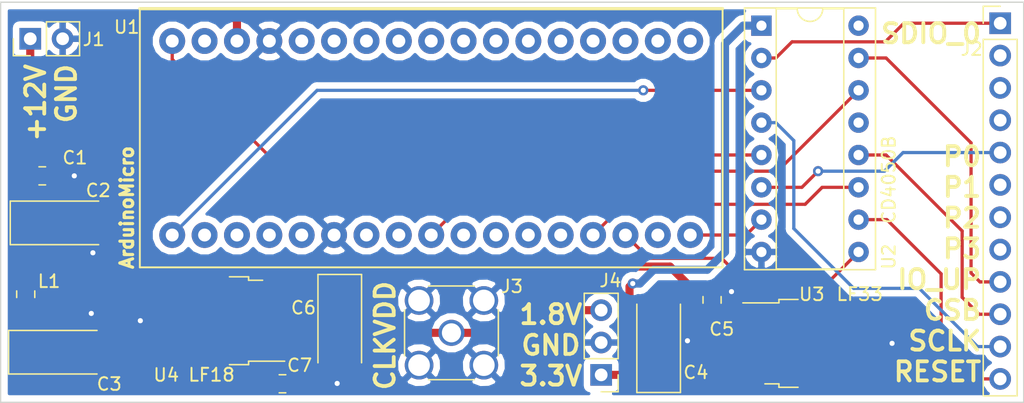
<source format=kicad_pcb>
(kicad_pcb (version 20171130) (host pcbnew "(5.0.0)")

  (general
    (thickness 1.6)
    (drawings 11)
    (tracks 134)
    (zones 0)
    (modules 16)
    (nets 51)
  )

  (page A4)
  (layers
    (0 F.Cu signal)
    (31 B.Cu signal)
    (32 B.Adhes user)
    (33 F.Adhes user)
    (34 B.Paste user)
    (35 F.Paste user)
    (36 B.SilkS user)
    (37 F.SilkS user)
    (38 B.Mask user)
    (39 F.Mask user)
    (40 Dwgs.User user)
    (41 Cmts.User user)
    (42 Eco1.User user)
    (43 Eco2.User user hide)
    (44 Edge.Cuts user)
    (45 Margin user)
    (46 B.CrtYd user hide)
    (47 F.CrtYd user hide)
    (48 B.Fab user hide)
    (49 F.Fab user hide)
  )

  (setup
    (last_trace_width 0.635)
    (trace_clearance 0.2)
    (zone_clearance 0.508)
    (zone_45_only no)
    (trace_min 0.254)
    (segment_width 0.2)
    (edge_width 0.1)
    (via_size 0.8)
    (via_drill 0.4)
    (via_min_size 0.4)
    (via_min_drill 0.3)
    (uvia_size 0.3)
    (uvia_drill 0.1)
    (uvias_allowed no)
    (uvia_min_size 0.2)
    (uvia_min_drill 0.1)
    (pcb_text_width 0.3)
    (pcb_text_size 1.5 1.5)
    (mod_edge_width 0.15)
    (mod_text_size 1 1)
    (mod_text_width 0.15)
    (pad_size 1.5 1.5)
    (pad_drill 0.6)
    (pad_to_mask_clearance 0)
    (aux_axis_origin 0 0)
    (visible_elements FFFFFF7F)
    (pcbplotparams
      (layerselection 0x010fc_ffffffff)
      (usegerberextensions false)
      (usegerberattributes false)
      (usegerberadvancedattributes false)
      (creategerberjobfile false)
      (excludeedgelayer true)
      (linewidth 0.100000)
      (plotframeref false)
      (viasonmask false)
      (mode 1)
      (useauxorigin false)
      (hpglpennumber 1)
      (hpglpenspeed 20)
      (hpglpendiameter 15.000000)
      (psnegative false)
      (psa4output false)
      (plotreference true)
      (plotvalue true)
      (plotinvisibletext false)
      (padsonsilk false)
      (subtractmaskfromsilk false)
      (outputformat 1)
      (mirror false)
      (drillshape 1)
      (scaleselection 1)
      (outputdirectory ""))
  )

  (net 0 "")
  (net 1 "Net-(C1-Pad1)")
  (net 2 GND)
  (net 3 +12V)
  (net 4 +3V3)
  (net 5 +1V8)
  (net 6 "Net-(J2-Pad1)")
  (net 7 "Net-(J2-Pad2)")
  (net 8 "Net-(J2-Pad3)")
  (net 9 "Net-(J2-Pad4)")
  (net 10 "Net-(J2-Pad5)")
  (net 11 "Net-(J2-Pad6)")
  (net 12 "Net-(J2-Pad7)")
  (net 13 "Net-(J2-Pad8)")
  (net 14 "Net-(J2-Pad9)")
  (net 15 "Net-(J2-Pad10)")
  (net 16 "Net-(J2-Pad11)")
  (net 17 "Net-(J2-Pad12)")
  (net 18 "Net-(U1-Pad1)")
  (net 19 "Net-(U1-Pad2)")
  (net 20 "Net-(U1-Pad3)")
  (net 21 "Net-(U1-Pad4)")
  (net 22 "Net-(U1-Pad5)")
  (net 23 "Net-(U1-Pad7)")
  (net 24 "Net-(U1-Pad8)")
  (net 25 "Net-(U1-Pad9)")
  (net 26 "Net-(U1-Pad10)")
  (net 27 "Net-(U1-Pad11)")
  (net 28 "Net-(U1-Pad12)")
  (net 29 "Net-(U1-Pad13)")
  (net 30 "Net-(U1-Pad14)")
  (net 31 "Net-(U1-Pad15)")
  (net 32 "Net-(U1-Pad16)")
  (net 33 "Net-(U1-Pad17)")
  (net 34 "Net-(U1-Pad18)")
  (net 35 "Net-(U1-Pad19)")
  (net 36 "Net-(U1-Pad20)")
  (net 37 "Net-(U1-Pad21)")
  (net 38 "Net-(U1-Pad22)")
  (net 39 "Net-(U1-Pad23)")
  (net 40 "Net-(U1-Pad24)")
  (net 41 "Net-(U1-Pad25)")
  (net 42 "Net-(U1-Pad26)")
  (net 43 "Net-(U1-Pad27)")
  (net 44 "Net-(U1-Pad28)")
  (net 45 "Net-(U1-Pad29)")
  (net 46 "Net-(U1-Pad30)")
  (net 47 "Net-(U1-Pad33)")
  (net 48 "Net-(U1-Pad34)")
  (net 49 "Net-(U2-Pad13)")
  (net 50 "Net-(U2-Pad16)")

  (net_class Default "This is the default net class."
    (clearance 0.2)
    (trace_width 0.635)
    (via_dia 0.8)
    (via_drill 0.4)
    (uvia_dia 0.3)
    (uvia_drill 0.1)
    (diff_pair_gap 0.381)
    (diff_pair_width 0.3048)
    (add_net +12V)
    (add_net +1V8)
    (add_net +3V3)
    (add_net GND)
    (add_net "Net-(C1-Pad1)")
    (add_net "Net-(J2-Pad1)")
    (add_net "Net-(J2-Pad10)")
    (add_net "Net-(J2-Pad11)")
    (add_net "Net-(J2-Pad12)")
    (add_net "Net-(J2-Pad2)")
    (add_net "Net-(J2-Pad3)")
    (add_net "Net-(J2-Pad4)")
    (add_net "Net-(J2-Pad5)")
    (add_net "Net-(J2-Pad6)")
    (add_net "Net-(J2-Pad7)")
    (add_net "Net-(J2-Pad8)")
    (add_net "Net-(J2-Pad9)")
    (add_net "Net-(U1-Pad1)")
    (add_net "Net-(U1-Pad10)")
    (add_net "Net-(U1-Pad11)")
    (add_net "Net-(U1-Pad12)")
    (add_net "Net-(U1-Pad13)")
    (add_net "Net-(U1-Pad14)")
    (add_net "Net-(U1-Pad15)")
    (add_net "Net-(U1-Pad16)")
    (add_net "Net-(U1-Pad17)")
    (add_net "Net-(U1-Pad18)")
    (add_net "Net-(U1-Pad19)")
    (add_net "Net-(U1-Pad2)")
    (add_net "Net-(U1-Pad20)")
    (add_net "Net-(U1-Pad21)")
    (add_net "Net-(U1-Pad22)")
    (add_net "Net-(U1-Pad23)")
    (add_net "Net-(U1-Pad24)")
    (add_net "Net-(U1-Pad25)")
    (add_net "Net-(U1-Pad26)")
    (add_net "Net-(U1-Pad27)")
    (add_net "Net-(U1-Pad28)")
    (add_net "Net-(U1-Pad29)")
    (add_net "Net-(U1-Pad3)")
    (add_net "Net-(U1-Pad30)")
    (add_net "Net-(U1-Pad33)")
    (add_net "Net-(U1-Pad34)")
    (add_net "Net-(U1-Pad4)")
    (add_net "Net-(U1-Pad5)")
    (add_net "Net-(U1-Pad7)")
    (add_net "Net-(U1-Pad8)")
    (add_net "Net-(U1-Pad9)")
    (add_net "Net-(U2-Pad13)")
    (add_net "Net-(U2-Pad16)")
  )

  (module Capacitor_SMD:C_0805_2012Metric (layer F.Cu) (tedit 5B36C52B) (tstamp 5C43EA35)
    (at 121.6937 58.2168)
    (descr "Capacitor SMD 0805 (2012 Metric), square (rectangular) end terminal, IPC_7351 nominal, (Body size source: https://docs.google.com/spreadsheets/d/1BsfQQcO9C6DZCsRaXUlFlo91Tg2WpOkGARC1WS5S8t0/edit?usp=sharing), generated with kicad-footprint-generator")
    (tags capacitor)
    (path /5C368266)
    (attr smd)
    (fp_text reference C1 (at 2.5631 -1.4224) (layer F.SilkS)
      (effects (font (size 1 1) (thickness 0.15)))
    )
    (fp_text value 0.01uF (at 0 1.65) (layer F.Fab)
      (effects (font (size 1 1) (thickness 0.15)))
    )
    (fp_line (start -1 0.6) (end -1 -0.6) (layer F.Fab) (width 0.1))
    (fp_line (start -1 -0.6) (end 1 -0.6) (layer F.Fab) (width 0.1))
    (fp_line (start 1 -0.6) (end 1 0.6) (layer F.Fab) (width 0.1))
    (fp_line (start 1 0.6) (end -1 0.6) (layer F.Fab) (width 0.1))
    (fp_line (start -0.258578 -0.71) (end 0.258578 -0.71) (layer F.SilkS) (width 0.12))
    (fp_line (start -0.258578 0.71) (end 0.258578 0.71) (layer F.SilkS) (width 0.12))
    (fp_line (start -1.68 0.95) (end -1.68 -0.95) (layer F.CrtYd) (width 0.05))
    (fp_line (start -1.68 -0.95) (end 1.68 -0.95) (layer F.CrtYd) (width 0.05))
    (fp_line (start 1.68 -0.95) (end 1.68 0.95) (layer F.CrtYd) (width 0.05))
    (fp_line (start 1.68 0.95) (end -1.68 0.95) (layer F.CrtYd) (width 0.05))
    (fp_text user %R (at 0 0) (layer F.Fab)
      (effects (font (size 0.5 0.5) (thickness 0.08)))
    )
    (pad 1 smd roundrect (at -0.9375 0) (size 0.975 1.4) (layers F.Cu F.Paste F.Mask) (roundrect_rratio 0.25)
      (net 1 "Net-(C1-Pad1)"))
    (pad 2 smd roundrect (at 0.9375 0) (size 0.975 1.4) (layers F.Cu F.Paste F.Mask) (roundrect_rratio 0.25)
      (net 2 GND))
    (model ${KISYS3DMOD}/Capacitor_SMD.3dshapes/C_0805_2012Metric.wrl
      (at (xyz 0 0 0))
      (scale (xyz 1 1 1))
      (rotate (xyz 0 0 0))
    )
  )

  (module Capacitor_Tantalum_SMD:CP_EIA-6032-20_AVX-F_Pad2.25x2.35mm_HandSolder (layer F.Cu) (tedit 5B301BBE) (tstamp 5C43EA48)
    (at 123.1165 61.9125)
    (descr "Tantalum Capacitor SMD AVX-F (6032-20 Metric), IPC_7351 nominal, (Body size from: http://www.kemet.com/Lists/ProductCatalog/Attachments/253/KEM_TC101_STD.pdf), generated with kicad-footprint-generator")
    (tags "capacitor tantalum")
    (path /5C3682B8)
    (attr smd)
    (fp_text reference C2 (at 2.9691 -2.55) (layer F.SilkS)
      (effects (font (size 1 1) (thickness 0.15)))
    )
    (fp_text value 10uF (at 0 2.55) (layer F.Fab)
      (effects (font (size 1 1) (thickness 0.15)))
    )
    (fp_line (start 3 -1.6) (end -2.2 -1.6) (layer F.Fab) (width 0.1))
    (fp_line (start -2.2 -1.6) (end -3 -0.8) (layer F.Fab) (width 0.1))
    (fp_line (start -3 -0.8) (end -3 1.6) (layer F.Fab) (width 0.1))
    (fp_line (start -3 1.6) (end 3 1.6) (layer F.Fab) (width 0.1))
    (fp_line (start 3 1.6) (end 3 -1.6) (layer F.Fab) (width 0.1))
    (fp_line (start 3 -1.71) (end -3.935 -1.71) (layer F.SilkS) (width 0.12))
    (fp_line (start -3.935 -1.71) (end -3.935 1.71) (layer F.SilkS) (width 0.12))
    (fp_line (start -3.935 1.71) (end 3 1.71) (layer F.SilkS) (width 0.12))
    (fp_line (start -3.92 1.85) (end -3.92 -1.85) (layer F.CrtYd) (width 0.05))
    (fp_line (start -3.92 -1.85) (end 3.92 -1.85) (layer F.CrtYd) (width 0.05))
    (fp_line (start 3.92 -1.85) (end 3.92 1.85) (layer F.CrtYd) (width 0.05))
    (fp_line (start 3.92 1.85) (end -3.92 1.85) (layer F.CrtYd) (width 0.05))
    (fp_text user %R (at 0 0) (layer F.Fab)
      (effects (font (size 1 1) (thickness 0.15)))
    )
    (pad 1 smd roundrect (at -2.55 0) (size 2.25 2.35) (layers F.Cu F.Paste F.Mask) (roundrect_rratio 0.111111)
      (net 1 "Net-(C1-Pad1)"))
    (pad 2 smd roundrect (at 2.55 0) (size 2.25 2.35) (layers F.Cu F.Paste F.Mask) (roundrect_rratio 0.111111)
      (net 2 GND))
    (model ${KISYS3DMOD}/Capacitor_Tantalum_SMD.3dshapes/CP_EIA-6032-20_AVX-F.wrl
      (at (xyz 0 0 0))
      (scale (xyz 1 1 1))
      (rotate (xyz 0 0 0))
    )
  )

  (module Capacitor_Tantalum_SMD:CP_EIA-6032-20_AVX-F_Pad2.25x2.35mm_HandSolder (layer F.Cu) (tedit 5B301BBE) (tstamp 5C43EA5B)
    (at 122.9895 72.0725)
    (descr "Tantalum Capacitor SMD AVX-F (6032-20 Metric), IPC_7351 nominal, (Body size from: http://www.kemet.com/Lists/ProductCatalog/Attachments/253/KEM_TC101_STD.pdf), generated with kicad-footprint-generator")
    (tags "capacitor tantalum")
    (path /5C3682EF)
    (attr smd)
    (fp_text reference C3 (at 3.9597 2.5019) (layer F.SilkS)
      (effects (font (size 1 1) (thickness 0.15)))
    )
    (fp_text value 10uF (at 0 2.55) (layer F.Fab)
      (effects (font (size 1 1) (thickness 0.15)))
    )
    (fp_text user %R (at 0 0) (layer F.Fab)
      (effects (font (size 1 1) (thickness 0.15)))
    )
    (fp_line (start 3.92 1.85) (end -3.92 1.85) (layer F.CrtYd) (width 0.05))
    (fp_line (start 3.92 -1.85) (end 3.92 1.85) (layer F.CrtYd) (width 0.05))
    (fp_line (start -3.92 -1.85) (end 3.92 -1.85) (layer F.CrtYd) (width 0.05))
    (fp_line (start -3.92 1.85) (end -3.92 -1.85) (layer F.CrtYd) (width 0.05))
    (fp_line (start -3.935 1.71) (end 3 1.71) (layer F.SilkS) (width 0.12))
    (fp_line (start -3.935 -1.71) (end -3.935 1.71) (layer F.SilkS) (width 0.12))
    (fp_line (start 3 -1.71) (end -3.935 -1.71) (layer F.SilkS) (width 0.12))
    (fp_line (start 3 1.6) (end 3 -1.6) (layer F.Fab) (width 0.1))
    (fp_line (start -3 1.6) (end 3 1.6) (layer F.Fab) (width 0.1))
    (fp_line (start -3 -0.8) (end -3 1.6) (layer F.Fab) (width 0.1))
    (fp_line (start -2.2 -1.6) (end -3 -0.8) (layer F.Fab) (width 0.1))
    (fp_line (start 3 -1.6) (end -2.2 -1.6) (layer F.Fab) (width 0.1))
    (pad 2 smd roundrect (at 2.55 0) (size 2.25 2.35) (layers F.Cu F.Paste F.Mask) (roundrect_rratio 0.111111)
      (net 2 GND))
    (pad 1 smd roundrect (at -2.55 0) (size 2.25 2.35) (layers F.Cu F.Paste F.Mask) (roundrect_rratio 0.111111)
      (net 3 +12V))
    (model ${KISYS3DMOD}/Capacitor_Tantalum_SMD.3dshapes/CP_EIA-6032-20_AVX-F.wrl
      (at (xyz 0 0 0))
      (scale (xyz 1 1 1))
      (rotate (xyz 0 0 0))
    )
  )

  (module Capacitor_Tantalum_SMD:CP_EIA-6032-20_AVX-F_Pad2.25x2.35mm_HandSolder (layer F.Cu) (tedit 5B301BBE) (tstamp 5C4405EC)
    (at 170.053 71.3005 90)
    (descr "Tantalum Capacitor SMD AVX-F (6032-20 Metric), IPC_7351 nominal, (Body size from: http://www.kemet.com/Lists/ProductCatalog/Attachments/253/KEM_TC101_STD.pdf), generated with kicad-footprint-generator")
    (tags "capacitor tantalum")
    (path /5C368BAB)
    (attr smd)
    (fp_text reference C4 (at -2.3595 2.921 180) (layer F.SilkS)
      (effects (font (size 1 1) (thickness 0.15)))
    )
    (fp_text value 10uF (at 0 2.55 90) (layer F.Fab)
      (effects (font (size 1 1) (thickness 0.15)))
    )
    (fp_line (start 3 -1.6) (end -2.2 -1.6) (layer F.Fab) (width 0.1))
    (fp_line (start -2.2 -1.6) (end -3 -0.8) (layer F.Fab) (width 0.1))
    (fp_line (start -3 -0.8) (end -3 1.6) (layer F.Fab) (width 0.1))
    (fp_line (start -3 1.6) (end 3 1.6) (layer F.Fab) (width 0.1))
    (fp_line (start 3 1.6) (end 3 -1.6) (layer F.Fab) (width 0.1))
    (fp_line (start 3 -1.71) (end -3.935 -1.71) (layer F.SilkS) (width 0.12))
    (fp_line (start -3.935 -1.71) (end -3.935 1.71) (layer F.SilkS) (width 0.12))
    (fp_line (start -3.935 1.71) (end 3 1.71) (layer F.SilkS) (width 0.12))
    (fp_line (start -3.92 1.85) (end -3.92 -1.85) (layer F.CrtYd) (width 0.05))
    (fp_line (start -3.92 -1.85) (end 3.92 -1.85) (layer F.CrtYd) (width 0.05))
    (fp_line (start 3.92 -1.85) (end 3.92 1.85) (layer F.CrtYd) (width 0.05))
    (fp_line (start 3.92 1.85) (end -3.92 1.85) (layer F.CrtYd) (width 0.05))
    (fp_text user %R (at 0 0 90) (layer F.Fab)
      (effects (font (size 1 1) (thickness 0.15)))
    )
    (pad 1 smd roundrect (at -2.55 0 90) (size 2.25 2.35) (layers F.Cu F.Paste F.Mask) (roundrect_rratio 0.111111)
      (net 4 +3V3))
    (pad 2 smd roundrect (at 2.55 0 90) (size 2.25 2.35) (layers F.Cu F.Paste F.Mask) (roundrect_rratio 0.111111)
      (net 2 GND))
    (model ${KISYS3DMOD}/Capacitor_Tantalum_SMD.3dshapes/CP_EIA-6032-20_AVX-F.wrl
      (at (xyz 0 0 0))
      (scale (xyz 1 1 1))
      (rotate (xyz 0 0 0))
    )
  )

  (module Capacitor_SMD:C_0805_2012Metric (layer F.Cu) (tedit 5B36C52B) (tstamp 5C4405BA)
    (at 174.244 67.96 90)
    (descr "Capacitor SMD 0805 (2012 Metric), square (rectangular) end terminal, IPC_7351 nominal, (Body size source: https://docs.google.com/spreadsheets/d/1BsfQQcO9C6DZCsRaXUlFlo91Tg2WpOkGARC1WS5S8t0/edit?usp=sharing), generated with kicad-footprint-generator")
    (tags capacitor)
    (path /5C368B47)
    (attr smd)
    (fp_text reference C5 (at -2.2964 0.762 180) (layer F.SilkS)
      (effects (font (size 1 1) (thickness 0.15)))
    )
    (fp_text value 0.1uF (at 0 1.65 90) (layer F.Fab)
      (effects (font (size 1 1) (thickness 0.15)))
    )
    (fp_text user %R (at 0 0 90) (layer F.Fab)
      (effects (font (size 0.5 0.5) (thickness 0.08)))
    )
    (fp_line (start 1.68 0.95) (end -1.68 0.95) (layer F.CrtYd) (width 0.05))
    (fp_line (start 1.68 -0.95) (end 1.68 0.95) (layer F.CrtYd) (width 0.05))
    (fp_line (start -1.68 -0.95) (end 1.68 -0.95) (layer F.CrtYd) (width 0.05))
    (fp_line (start -1.68 0.95) (end -1.68 -0.95) (layer F.CrtYd) (width 0.05))
    (fp_line (start -0.258578 0.71) (end 0.258578 0.71) (layer F.SilkS) (width 0.12))
    (fp_line (start -0.258578 -0.71) (end 0.258578 -0.71) (layer F.SilkS) (width 0.12))
    (fp_line (start 1 0.6) (end -1 0.6) (layer F.Fab) (width 0.1))
    (fp_line (start 1 -0.6) (end 1 0.6) (layer F.Fab) (width 0.1))
    (fp_line (start -1 -0.6) (end 1 -0.6) (layer F.Fab) (width 0.1))
    (fp_line (start -1 0.6) (end -1 -0.6) (layer F.Fab) (width 0.1))
    (pad 2 smd roundrect (at 0.9375 0 90) (size 0.975 1.4) (layers F.Cu F.Paste F.Mask) (roundrect_rratio 0.25)
      (net 2 GND))
    (pad 1 smd roundrect (at -0.9375 0 90) (size 0.975 1.4) (layers F.Cu F.Paste F.Mask) (roundrect_rratio 0.25)
      (net 3 +12V))
    (model ${KISYS3DMOD}/Capacitor_SMD.3dshapes/C_0805_2012Metric.wrl
      (at (xyz 0 0 0))
      (scale (xyz 1 1 1))
      (rotate (xyz 0 0 0))
    )
  )

  (module Capacitor_Tantalum_SMD:CP_EIA-6032-20_AVX-F_Pad2.25x2.35mm_HandSolder (layer F.Cu) (tedit 5B301BBE) (tstamp 5C43EA92)
    (at 145.034 69.898414 270)
    (descr "Tantalum Capacitor SMD AVX-F (6032-20 Metric), IPC_7351 nominal, (Body size from: http://www.kemet.com/Lists/ProductCatalog/Attachments/253/KEM_TC101_STD.pdf), generated with kicad-footprint-generator")
    (tags "capacitor tantalum")
    (path /5C36979D)
    (attr smd)
    (fp_text reference C6 (at -1.318414 2.8448) (layer F.SilkS)
      (effects (font (size 1 1) (thickness 0.15)))
    )
    (fp_text value 10uF (at 0 2.55 270) (layer F.Fab)
      (effects (font (size 1 1) (thickness 0.15)))
    )
    (fp_text user %R (at 0 0 270) (layer F.Fab)
      (effects (font (size 1 1) (thickness 0.15)))
    )
    (fp_line (start 3.92 1.85) (end -3.92 1.85) (layer F.CrtYd) (width 0.05))
    (fp_line (start 3.92 -1.85) (end 3.92 1.85) (layer F.CrtYd) (width 0.05))
    (fp_line (start -3.92 -1.85) (end 3.92 -1.85) (layer F.CrtYd) (width 0.05))
    (fp_line (start -3.92 1.85) (end -3.92 -1.85) (layer F.CrtYd) (width 0.05))
    (fp_line (start -3.935 1.71) (end 3 1.71) (layer F.SilkS) (width 0.12))
    (fp_line (start -3.935 -1.71) (end -3.935 1.71) (layer F.SilkS) (width 0.12))
    (fp_line (start 3 -1.71) (end -3.935 -1.71) (layer F.SilkS) (width 0.12))
    (fp_line (start 3 1.6) (end 3 -1.6) (layer F.Fab) (width 0.1))
    (fp_line (start -3 1.6) (end 3 1.6) (layer F.Fab) (width 0.1))
    (fp_line (start -3 -0.8) (end -3 1.6) (layer F.Fab) (width 0.1))
    (fp_line (start -2.2 -1.6) (end -3 -0.8) (layer F.Fab) (width 0.1))
    (fp_line (start 3 -1.6) (end -2.2 -1.6) (layer F.Fab) (width 0.1))
    (pad 2 smd roundrect (at 2.55 0 270) (size 2.25 2.35) (layers F.Cu F.Paste F.Mask) (roundrect_rratio 0.111111)
      (net 2 GND))
    (pad 1 smd roundrect (at -2.55 0 270) (size 2.25 2.35) (layers F.Cu F.Paste F.Mask) (roundrect_rratio 0.111111)
      (net 5 +1V8))
    (model ${KISYS3DMOD}/Capacitor_Tantalum_SMD.3dshapes/CP_EIA-6032-20_AVX-F.wrl
      (at (xyz 0 0 0))
      (scale (xyz 1 1 1))
      (rotate (xyz 0 0 0))
    )
  )

  (module Capacitor_SMD:C_0805_2012Metric (layer F.Cu) (tedit 5B36C52B) (tstamp 5C43EAA3)
    (at 140.5405 74.549)
    (descr "Capacitor SMD 0805 (2012 Metric), square (rectangular) end terminal, IPC_7351 nominal, (Body size source: https://docs.google.com/spreadsheets/d/1BsfQQcO9C6DZCsRaXUlFlo91Tg2WpOkGARC1WS5S8t0/edit?usp=sharing), generated with kicad-footprint-generator")
    (tags capacitor)
    (path /5C36973D)
    (attr smd)
    (fp_text reference C7 (at 1.3439 -1.4478) (layer F.SilkS)
      (effects (font (size 1 1) (thickness 0.15)))
    )
    (fp_text value 0.1uF (at 0 1.65) (layer F.Fab)
      (effects (font (size 1 1) (thickness 0.15)))
    )
    (fp_line (start -1 0.6) (end -1 -0.6) (layer F.Fab) (width 0.1))
    (fp_line (start -1 -0.6) (end 1 -0.6) (layer F.Fab) (width 0.1))
    (fp_line (start 1 -0.6) (end 1 0.6) (layer F.Fab) (width 0.1))
    (fp_line (start 1 0.6) (end -1 0.6) (layer F.Fab) (width 0.1))
    (fp_line (start -0.258578 -0.71) (end 0.258578 -0.71) (layer F.SilkS) (width 0.12))
    (fp_line (start -0.258578 0.71) (end 0.258578 0.71) (layer F.SilkS) (width 0.12))
    (fp_line (start -1.68 0.95) (end -1.68 -0.95) (layer F.CrtYd) (width 0.05))
    (fp_line (start -1.68 -0.95) (end 1.68 -0.95) (layer F.CrtYd) (width 0.05))
    (fp_line (start 1.68 -0.95) (end 1.68 0.95) (layer F.CrtYd) (width 0.05))
    (fp_line (start 1.68 0.95) (end -1.68 0.95) (layer F.CrtYd) (width 0.05))
    (fp_text user %R (at 0 0) (layer F.Fab)
      (effects (font (size 0.5 0.5) (thickness 0.08)))
    )
    (pad 1 smd roundrect (at -0.9375 0) (size 0.975 1.4) (layers F.Cu F.Paste F.Mask) (roundrect_rratio 0.25)
      (net 3 +12V))
    (pad 2 smd roundrect (at 0.9375 0) (size 0.975 1.4) (layers F.Cu F.Paste F.Mask) (roundrect_rratio 0.25)
      (net 2 GND))
    (model ${KISYS3DMOD}/Capacitor_SMD.3dshapes/C_0805_2012Metric.wrl
      (at (xyz 0 0 0))
      (scale (xyz 1 1 1))
      (rotate (xyz 0 0 0))
    )
  )

  (module Connector_PinHeader_2.54mm:PinHeader_1x02_P2.54mm_Vertical (layer F.Cu) (tedit 59FED5CC) (tstamp 5C43F5A6)
    (at 120.7516 47.4472 90)
    (descr "Through hole straight pin header, 1x02, 2.54mm pitch, single row")
    (tags "Through hole pin header THT 1x02 2.54mm single row")
    (path /5C36818B)
    (fp_text reference J1 (at -0.0508 4.9784 180) (layer F.SilkS)
      (effects (font (size 1 1) (thickness 0.15)))
    )
    (fp_text value "Power In" (at 0 4.87 90) (layer F.Fab)
      (effects (font (size 1 1) (thickness 0.15)))
    )
    (fp_line (start -0.635 -1.27) (end 1.27 -1.27) (layer F.Fab) (width 0.1))
    (fp_line (start 1.27 -1.27) (end 1.27 3.81) (layer F.Fab) (width 0.1))
    (fp_line (start 1.27 3.81) (end -1.27 3.81) (layer F.Fab) (width 0.1))
    (fp_line (start -1.27 3.81) (end -1.27 -0.635) (layer F.Fab) (width 0.1))
    (fp_line (start -1.27 -0.635) (end -0.635 -1.27) (layer F.Fab) (width 0.1))
    (fp_line (start -1.33 3.87) (end 1.33 3.87) (layer F.SilkS) (width 0.12))
    (fp_line (start -1.33 1.27) (end -1.33 3.87) (layer F.SilkS) (width 0.12))
    (fp_line (start 1.33 1.27) (end 1.33 3.87) (layer F.SilkS) (width 0.12))
    (fp_line (start -1.33 1.27) (end 1.33 1.27) (layer F.SilkS) (width 0.12))
    (fp_line (start -1.33 0) (end -1.33 -1.33) (layer F.SilkS) (width 0.12))
    (fp_line (start -1.33 -1.33) (end 0 -1.33) (layer F.SilkS) (width 0.12))
    (fp_line (start -1.8 -1.8) (end -1.8 4.35) (layer F.CrtYd) (width 0.05))
    (fp_line (start -1.8 4.35) (end 1.8 4.35) (layer F.CrtYd) (width 0.05))
    (fp_line (start 1.8 4.35) (end 1.8 -1.8) (layer F.CrtYd) (width 0.05))
    (fp_line (start 1.8 -1.8) (end -1.8 -1.8) (layer F.CrtYd) (width 0.05))
    (fp_text user %R (at 0 1.27 180) (layer F.Fab)
      (effects (font (size 1 1) (thickness 0.15)))
    )
    (pad 1 thru_hole rect (at 0 0 90) (size 1.7 1.7) (drill 1) (layers *.Cu *.Mask)
      (net 1 "Net-(C1-Pad1)"))
    (pad 2 thru_hole oval (at 0 2.54 90) (size 1.7 1.7) (drill 1) (layers *.Cu *.Mask)
      (net 2 GND))
    (model ${KISYS3DMOD}/Connector_PinHeader_2.54mm.3dshapes/PinHeader_1x02_P2.54mm_Vertical.wrl
      (at (xyz 0 0 0))
      (scale (xyz 1 1 1))
      (rotate (xyz 0 0 0))
    )
  )

  (module Connector_PinHeader_2.54mm:PinHeader_1x12_P2.54mm_Vertical (layer F.Cu) (tedit 5C37ABAB) (tstamp 5C43EAD9)
    (at 196.85 46.228)
    (descr "Through hole straight pin header, 1x12, 2.54mm pitch, single row")
    (tags "Through hole pin header THT 1x12 2.54mm single row")
    (path /5C37527C)
    (fp_text reference J2 (at -2.2352 2.032) (layer F.SilkS)
      (effects (font (size 1 1) (thickness 0.15)))
    )
    (fp_text value SIGOUT (at 0 30.27) (layer F.Fab)
      (effects (font (size 1 1) (thickness 0.15)))
    )
    (fp_line (start -0.635 -1.27) (end 1.27 -1.27) (layer F.Fab) (width 0.1))
    (fp_line (start 1.27 -1.27) (end 1.27 29.21) (layer F.Fab) (width 0.1))
    (fp_line (start 1.27 29.21) (end -1.27 29.21) (layer F.Fab) (width 0.1))
    (fp_line (start -1.27 29.21) (end -1.27 -0.635) (layer F.Fab) (width 0.1))
    (fp_line (start -1.27 -0.635) (end -0.635 -1.27) (layer F.Fab) (width 0.1))
    (fp_line (start -1.33 29.27) (end 1.33 29.27) (layer F.SilkS) (width 0.12))
    (fp_line (start -1.33 1.27) (end -1.33 29.27) (layer F.SilkS) (width 0.12))
    (fp_line (start 1.33 1.27) (end 1.33 29.27) (layer F.SilkS) (width 0.12))
    (fp_line (start -1.33 1.27) (end 1.33 1.27) (layer F.SilkS) (width 0.12))
    (fp_line (start -1.33 0) (end -1.33 -1.33) (layer F.SilkS) (width 0.12))
    (fp_line (start -1.33 -1.33) (end 0 -1.33) (layer F.SilkS) (width 0.12))
    (fp_line (start -1.8 -1.8) (end -1.8 29.75) (layer F.CrtYd) (width 0.05))
    (fp_line (start -1.8 29.75) (end 1.8 29.75) (layer F.CrtYd) (width 0.05))
    (fp_line (start 1.8 29.75) (end 1.8 -1.8) (layer F.CrtYd) (width 0.05))
    (fp_line (start 1.8 -1.8) (end -1.8 -1.8) (layer F.CrtYd) (width 0.05))
    (fp_text user %R (at 0 13.97 90) (layer F.Fab)
      (effects (font (size 1 1) (thickness 0.15)))
    )
    (pad 1 thru_hole rect (at 0 0) (size 1.7 1.7) (drill 1) (layers *.Cu *.Mask)
      (net 6 "Net-(J2-Pad1)"))
    (pad 2 thru_hole oval (at 0 2.54) (size 1.7 1.7) (drill 1) (layers *.Cu *.Mask)
      (net 7 "Net-(J2-Pad2)"))
    (pad 3 thru_hole oval (at 0 5.08) (size 1.7 1.7) (drill 1) (layers *.Cu *.Mask)
      (net 8 "Net-(J2-Pad3)"))
    (pad 4 thru_hole oval (at 0 7.62) (size 1.7 1.7) (drill 1) (layers *.Cu *.Mask)
      (net 9 "Net-(J2-Pad4)"))
    (pad 5 thru_hole oval (at 0 10.16) (size 1.7 1.7) (drill 1) (layers *.Cu *.Mask)
      (net 10 "Net-(J2-Pad5)"))
    (pad 6 thru_hole oval (at 0 12.7) (size 1.7 1.7) (drill 1) (layers *.Cu *.Mask)
      (net 11 "Net-(J2-Pad6)"))
    (pad 7 thru_hole oval (at 0 15.24) (size 1.7 1.7) (drill 1) (layers *.Cu *.Mask)
      (net 12 "Net-(J2-Pad7)"))
    (pad 8 thru_hole oval (at 0 17.78) (size 1.7 1.7) (drill 1) (layers *.Cu *.Mask)
      (net 13 "Net-(J2-Pad8)"))
    (pad 9 thru_hole oval (at 0 20.32) (size 1.7 1.7) (drill 1) (layers *.Cu *.Mask)
      (net 14 "Net-(J2-Pad9)"))
    (pad 10 thru_hole oval (at 0 22.86) (size 1.7 1.7) (drill 1) (layers *.Cu *.Mask)
      (net 15 "Net-(J2-Pad10)"))
    (pad 11 thru_hole oval (at 0 25.4) (size 1.7 1.7) (drill 1) (layers *.Cu *.Mask)
      (net 16 "Net-(J2-Pad11)"))
    (pad 12 thru_hole oval (at 0 27.94) (size 1.7 1.7) (drill 1) (layers *.Cu *.Mask)
      (net 17 "Net-(J2-Pad12)"))
    (model ${KISYS3DMOD}/Connector_PinHeader_2.54mm.3dshapes/PinHeader_1x12_P2.54mm_Vertical.wrl
      (at (xyz 0 0 0))
      (scale (xyz 1 1 1))
      (rotate (xyz 0 0 0))
    )
  )

  (module Connector_Coaxial:SMA_Amphenol_132134-16_Vertical (layer F.Cu) (tedit 5B2F4D94) (tstamp 5C440681)
    (at 153.797 70.5485)
    (descr https://www.amphenolrf.com/downloads/dl/file/id/1141/product/2978/132134_16_customer_drawing.pdf)
    (tags "SMA THT Female Jack Vertical ExtendedLegs")
    (path /5C390034)
    (fp_text reference J3 (at 4.7498 -3.6449) (layer F.SilkS)
      (effects (font (size 1 1) (thickness 0.15)))
    )
    (fp_text value Conn_Coaxial (at 0 5) (layer F.Fab)
      (effects (font (size 1 1) (thickness 0.15)))
    )
    (fp_circle (center 0 0) (end 3.175 0) (layer F.Fab) (width 0.1))
    (fp_line (start 4.17 4.17) (end -4.17 4.17) (layer F.CrtYd) (width 0.05))
    (fp_line (start 4.17 4.17) (end 4.17 -4.17) (layer F.CrtYd) (width 0.05))
    (fp_line (start -4.17 -4.17) (end -4.17 4.17) (layer F.CrtYd) (width 0.05))
    (fp_line (start -4.17 -4.17) (end 4.17 -4.17) (layer F.CrtYd) (width 0.05))
    (fp_line (start -3.5 -3.5) (end 3.5 -3.5) (layer F.Fab) (width 0.1))
    (fp_line (start -3.5 -3.5) (end -3.5 3.5) (layer F.Fab) (width 0.1))
    (fp_line (start -3.5 3.5) (end 3.5 3.5) (layer F.Fab) (width 0.1))
    (fp_line (start 3.5 -3.5) (end 3.5 3.5) (layer F.Fab) (width 0.1))
    (fp_line (start -3.68 -1.8) (end -3.68 1.8) (layer F.SilkS) (width 0.12))
    (fp_line (start 3.68 -1.8) (end 3.68 1.8) (layer F.SilkS) (width 0.12))
    (fp_line (start -1.8 3.68) (end 1.8 3.68) (layer F.SilkS) (width 0.12))
    (fp_line (start -1.8 -3.68) (end 1.8 -3.68) (layer F.SilkS) (width 0.12))
    (fp_text user %R (at 0 0) (layer F.Fab)
      (effects (font (size 1 1) (thickness 0.15)))
    )
    (pad 1 thru_hole circle (at 0 0) (size 2.05 2.05) (drill 1.5) (layers *.Cu *.Mask)
      (net 5 +1V8))
    (pad 2 thru_hole circle (at 2.54 2.54) (size 2.25 2.25) (drill 1.7) (layers *.Cu *.Mask)
      (net 2 GND))
    (pad 2 thru_hole circle (at 2.54 -2.54) (size 2.25 2.25) (drill 1.7) (layers *.Cu *.Mask)
      (net 2 GND))
    (pad 2 thru_hole circle (at -2.54 -2.54) (size 2.25 2.25) (drill 1.7) (layers *.Cu *.Mask)
      (net 2 GND))
    (pad 2 thru_hole circle (at -2.54 2.54) (size 2.25 2.25) (drill 1.7) (layers *.Cu *.Mask)
      (net 2 GND))
    (model ${KISYS3DMOD}/Connector_Coaxial.3dshapes/SMA_Amphenol_132134-16_Vertical.wrl
      (at (xyz 0 0 0))
      (scale (xyz 1 1 1))
      (rotate (xyz 0 0 0))
    )
  )

  (module Connector_PinHeader_2.54mm:PinHeader_1x03_P2.54mm_Vertical (layer F.Cu) (tedit 59FED5CC) (tstamp 5C43EB07)
    (at 165.5445 73.8505 180)
    (descr "Through hole straight pin header, 1x03, 2.54mm pitch, single row")
    (tags "Through hole pin header THT 1x03 2.54mm single row")
    (path /5C3877C1)
    (fp_text reference J4 (at -0.7239 7.4041 180) (layer F.SilkS)
      (effects (font (size 1 1) (thickness 0.15)))
    )
    (fp_text value DDSPower (at 0 7.41 180) (layer F.Fab)
      (effects (font (size 1 1) (thickness 0.15)))
    )
    (fp_line (start -0.635 -1.27) (end 1.27 -1.27) (layer F.Fab) (width 0.1))
    (fp_line (start 1.27 -1.27) (end 1.27 6.35) (layer F.Fab) (width 0.1))
    (fp_line (start 1.27 6.35) (end -1.27 6.35) (layer F.Fab) (width 0.1))
    (fp_line (start -1.27 6.35) (end -1.27 -0.635) (layer F.Fab) (width 0.1))
    (fp_line (start -1.27 -0.635) (end -0.635 -1.27) (layer F.Fab) (width 0.1))
    (fp_line (start -1.33 6.41) (end 1.33 6.41) (layer F.SilkS) (width 0.12))
    (fp_line (start -1.33 1.27) (end -1.33 6.41) (layer F.SilkS) (width 0.12))
    (fp_line (start 1.33 1.27) (end 1.33 6.41) (layer F.SilkS) (width 0.12))
    (fp_line (start -1.33 1.27) (end 1.33 1.27) (layer F.SilkS) (width 0.12))
    (fp_line (start -1.33 0) (end -1.33 -1.33) (layer F.SilkS) (width 0.12))
    (fp_line (start -1.33 -1.33) (end 0 -1.33) (layer F.SilkS) (width 0.12))
    (fp_line (start -1.8 -1.8) (end -1.8 6.85) (layer F.CrtYd) (width 0.05))
    (fp_line (start -1.8 6.85) (end 1.8 6.85) (layer F.CrtYd) (width 0.05))
    (fp_line (start 1.8 6.85) (end 1.8 -1.8) (layer F.CrtYd) (width 0.05))
    (fp_line (start 1.8 -1.8) (end -1.8 -1.8) (layer F.CrtYd) (width 0.05))
    (fp_text user %R (at 0 2.54) (layer F.Fab)
      (effects (font (size 1 1) (thickness 0.15)))
    )
    (pad 1 thru_hole rect (at 0 0 180) (size 1.7 1.7) (drill 1) (layers *.Cu *.Mask)
      (net 4 +3V3))
    (pad 2 thru_hole oval (at 0 2.54 180) (size 1.7 1.7) (drill 1) (layers *.Cu *.Mask)
      (net 2 GND))
    (pad 3 thru_hole oval (at 0 5.08 180) (size 1.7 1.7) (drill 1) (layers *.Cu *.Mask)
      (net 5 +1V8))
    (model ${KISYS3DMOD}/Connector_PinHeader_2.54mm.3dshapes/PinHeader_1x03_P2.54mm_Vertical.wrl
      (at (xyz 0 0 0))
      (scale (xyz 1 1 1))
      (rotate (xyz 0 0 0))
    )
  )

  (module Inductor_SMD:L_0805_2012Metric (layer F.Cu) (tedit 5B36C52B) (tstamp 5C43EB18)
    (at 120.396 67.5155 270)
    (descr "Inductor SMD 0805 (2012 Metric), square (rectangular) end terminal, IPC_7351 nominal, (Body size source: https://docs.google.com/spreadsheets/d/1BsfQQcO9C6DZCsRaXUlFlo91Tg2WpOkGARC1WS5S8t0/edit?usp=sharing), generated with kicad-footprint-generator")
    (tags inductor)
    (path /5C368350)
    (attr smd)
    (fp_text reference L1 (at -1.0183 -1.8288) (layer F.SilkS)
      (effects (font (size 1 1) (thickness 0.15)))
    )
    (fp_text value 4.7uH (at 0 1.65 270) (layer F.Fab)
      (effects (font (size 1 1) (thickness 0.15)))
    )
    (fp_line (start -1 0.6) (end -1 -0.6) (layer F.Fab) (width 0.1))
    (fp_line (start -1 -0.6) (end 1 -0.6) (layer F.Fab) (width 0.1))
    (fp_line (start 1 -0.6) (end 1 0.6) (layer F.Fab) (width 0.1))
    (fp_line (start 1 0.6) (end -1 0.6) (layer F.Fab) (width 0.1))
    (fp_line (start -0.258578 -0.71) (end 0.258578 -0.71) (layer F.SilkS) (width 0.12))
    (fp_line (start -0.258578 0.71) (end 0.258578 0.71) (layer F.SilkS) (width 0.12))
    (fp_line (start -1.68 0.95) (end -1.68 -0.95) (layer F.CrtYd) (width 0.05))
    (fp_line (start -1.68 -0.95) (end 1.68 -0.95) (layer F.CrtYd) (width 0.05))
    (fp_line (start 1.68 -0.95) (end 1.68 0.95) (layer F.CrtYd) (width 0.05))
    (fp_line (start 1.68 0.95) (end -1.68 0.95) (layer F.CrtYd) (width 0.05))
    (fp_text user %R (at 0 0 270) (layer F.Fab)
      (effects (font (size 0.5 0.5) (thickness 0.08)))
    )
    (pad 1 smd roundrect (at -0.9375 0 270) (size 0.975 1.4) (layers F.Cu F.Paste F.Mask) (roundrect_rratio 0.25)
      (net 1 "Net-(C1-Pad1)"))
    (pad 2 smd roundrect (at 0.9375 0 270) (size 0.975 1.4) (layers F.Cu F.Paste F.Mask) (roundrect_rratio 0.25)
      (net 3 +12V))
    (model ${KISYS3DMOD}/Inductor_SMD.3dshapes/L_0805_2012Metric.wrl
      (at (xyz 0 0 0))
      (scale (xyz 1 1 1))
      (rotate (xyz 0 0 0))
    )
  )

  (module arduino:ArduinoMicro (layer F.Cu) (tedit 5B523A25) (tstamp 5C43EB42)
    (at 152.2095 55.245 90)
    (path /5C36BB43)
    (fp_text reference U1 (at 8.7122 -23.8887 -180) (layer F.SilkS)
      (effects (font (size 1 1) (thickness 0.15)))
    )
    (fp_text value ArduinoMicro (at -5.461 -23.876 90) (layer F.SilkS)
      (effects (font (size 1 1) (thickness 0.25)))
    )
    (fp_line (start -10.16 22.86) (end -10.16 -22.86) (layer F.SilkS) (width 0.15))
    (fp_line (start 10.16 22.86) (end -10.16 22.86) (layer F.SilkS) (width 0.15))
    (fp_line (start 10.16 -22.86) (end 10.16 22.86) (layer F.SilkS) (width 0.254))
    (fp_line (start -10.16 -22.86) (end 10.16 -22.86) (layer F.SilkS) (width 0.15))
    (pad 1 thru_hole circle (at -7.62 -20.32 90) (size 2.032 2.032) (drill 1.016) (layers *.Cu *.Mask)
      (net 18 "Net-(U1-Pad1)"))
    (pad 2 thru_hole circle (at -7.62 -17.78 90) (size 2.032 2.032) (drill 1.016) (layers *.Cu *.Mask)
      (net 19 "Net-(U1-Pad2)"))
    (pad 3 thru_hole circle (at -7.62 -15.24 90) (size 2.032 2.032) (drill 1.016) (layers *.Cu *.Mask)
      (net 20 "Net-(U1-Pad3)"))
    (pad 4 thru_hole circle (at -7.62 -12.7 90) (size 2.032 2.032) (drill 1.016) (layers *.Cu *.Mask)
      (net 21 "Net-(U1-Pad4)"))
    (pad 5 thru_hole circle (at -7.62 -10.16 90) (size 2.032 2.032) (drill 1.016) (layers *.Cu *.Mask)
      (net 22 "Net-(U1-Pad5)"))
    (pad 6 thru_hole circle (at -7.62 -7.62 90) (size 2.032 2.032) (drill 1.016) (layers *.Cu *.Mask)
      (net 2 GND))
    (pad 7 thru_hole circle (at -7.62 -5.08 90) (size 2.032 2.032) (drill 1.016) (layers *.Cu *.Mask)
      (net 23 "Net-(U1-Pad7)"))
    (pad 8 thru_hole circle (at -7.62 -2.54 90) (size 2.032 2.032) (drill 1.016) (layers *.Cu *.Mask)
      (net 24 "Net-(U1-Pad8)"))
    (pad 9 thru_hole circle (at -7.62 0 90) (size 2.032 2.032) (drill 1.016) (layers *.Cu *.Mask)
      (net 25 "Net-(U1-Pad9)"))
    (pad 10 thru_hole circle (at -7.62 2.54 90) (size 2.032 2.032) (drill 1.016) (layers *.Cu *.Mask)
      (net 26 "Net-(U1-Pad10)"))
    (pad 11 thru_hole circle (at -7.62 5.08 90) (size 2.032 2.032) (drill 1.016) (layers *.Cu *.Mask)
      (net 27 "Net-(U1-Pad11)"))
    (pad 12 thru_hole circle (at -7.62 7.62 90) (size 2.032 2.032) (drill 1.016) (layers *.Cu *.Mask)
      (net 28 "Net-(U1-Pad12)"))
    (pad 13 thru_hole circle (at -7.62 10.16 90) (size 2.032 2.032) (drill 1.016) (layers *.Cu *.Mask)
      (net 29 "Net-(U1-Pad13)"))
    (pad 14 thru_hole circle (at -7.62 12.7 90) (size 2.032 2.032) (drill 1.016) (layers *.Cu *.Mask)
      (net 30 "Net-(U1-Pad14)"))
    (pad 15 thru_hole circle (at -7.62 15.24 90) (size 2.032 2.032) (drill 1.016) (layers *.Cu *.Mask)
      (net 31 "Net-(U1-Pad15)"))
    (pad 16 thru_hole circle (at -7.62 17.78 90) (size 2.032 2.032) (drill 1.016) (layers *.Cu *.Mask)
      (net 32 "Net-(U1-Pad16)"))
    (pad 17 thru_hole circle (at -7.62 20.32 90) (size 2.032 2.032) (drill 1.016) (layers *.Cu *.Mask)
      (net 33 "Net-(U1-Pad17)"))
    (pad 18 thru_hole circle (at 7.62 20.32 90) (size 2.032 2.032) (drill 1.016) (layers *.Cu *.Mask)
      (net 34 "Net-(U1-Pad18)"))
    (pad 19 thru_hole circle (at 7.62 17.78 90) (size 2.032 2.032) (drill 1.016) (layers *.Cu *.Mask)
      (net 35 "Net-(U1-Pad19)"))
    (pad 20 thru_hole circle (at 7.62 15.24 90) (size 2.032 2.032) (drill 1.016) (layers *.Cu *.Mask)
      (net 36 "Net-(U1-Pad20)"))
    (pad 21 thru_hole circle (at 7.62 12.7 90) (size 2.032 2.032) (drill 1.016) (layers *.Cu *.Mask)
      (net 37 "Net-(U1-Pad21)"))
    (pad 22 thru_hole circle (at 7.62 10.16 90) (size 2.032 2.032) (drill 1.016) (layers *.Cu *.Mask)
      (net 38 "Net-(U1-Pad22)"))
    (pad 23 thru_hole circle (at 7.62 7.62 90) (size 2.032 2.032) (drill 1.016) (layers *.Cu *.Mask)
      (net 39 "Net-(U1-Pad23)"))
    (pad 24 thru_hole circle (at 7.62 5.08 90) (size 2.032 2.032) (drill 1.016) (layers *.Cu *.Mask)
      (net 40 "Net-(U1-Pad24)"))
    (pad 25 thru_hole circle (at 7.62 2.54 90) (size 2.032 2.032) (drill 1.016) (layers *.Cu *.Mask)
      (net 41 "Net-(U1-Pad25)"))
    (pad 26 thru_hole circle (at 7.62 0 90) (size 2.032 2.032) (drill 1.016) (layers *.Cu *.Mask)
      (net 42 "Net-(U1-Pad26)"))
    (pad 27 thru_hole circle (at 7.62 -2.54 90) (size 2.032 2.032) (drill 1.016) (layers *.Cu *.Mask)
      (net 43 "Net-(U1-Pad27)"))
    (pad 28 thru_hole circle (at 7.62 -5.08 90) (size 2.032 2.032) (drill 1.016) (layers *.Cu *.Mask)
      (net 44 "Net-(U1-Pad28)"))
    (pad 29 thru_hole circle (at 7.62 -7.62 90) (size 2.032 2.032) (drill 1.016) (layers *.Cu *.Mask)
      (net 45 "Net-(U1-Pad29)"))
    (pad 30 thru_hole circle (at 7.62 -10.16 90) (size 2.032 2.032) (drill 1.016) (layers *.Cu *.Mask)
      (net 46 "Net-(U1-Pad30)"))
    (pad 31 thru_hole circle (at 7.62 -12.7 90) (size 2.032 2.032) (drill 1.016) (layers *.Cu *.Mask)
      (net 2 GND))
    (pad 32 thru_hole circle (at 7.62 -15.24 90) (size 2.032 2.032) (drill 1.016) (layers *.Cu *.Mask)
      (net 3 +12V))
    (pad 33 thru_hole circle (at 7.62 -17.78 90) (size 2.032 2.032) (drill 1.016) (layers *.Cu *.Mask)
      (net 47 "Net-(U1-Pad33)"))
    (pad 34 thru_hole circle (at 7.62 -20.32 90) (size 2.032 2.032) (drill 1.016) (layers *.Cu *.Mask)
      (net 48 "Net-(U1-Pad34)"))
  )

  (module Package_DIP:DIP-16_W7.62mm_Socket (layer F.Cu) (tedit 5A02E8C5) (tstamp 5C43EB6E)
    (at 178.1175 46.4185)
    (descr "16-lead though-hole mounted DIP package, row spacing 7.62 mm (300 mils), Socket")
    (tags "THT DIP DIL PDIP 2.54mm 7.62mm 300mil Socket")
    (path /5C36EFEA)
    (fp_text reference U2 (at 9.9949 18.1483 90) (layer F.SilkS)
      (effects (font (size 1 1) (thickness 0.15)))
    )
    (fp_text value CD4050BE (at 3.81 20.11) (layer F.Fab)
      (effects (font (size 1 1) (thickness 0.15)))
    )
    (fp_arc (start 3.81 -1.33) (end 2.81 -1.33) (angle -180) (layer F.SilkS) (width 0.12))
    (fp_line (start 1.635 -1.27) (end 6.985 -1.27) (layer F.Fab) (width 0.1))
    (fp_line (start 6.985 -1.27) (end 6.985 19.05) (layer F.Fab) (width 0.1))
    (fp_line (start 6.985 19.05) (end 0.635 19.05) (layer F.Fab) (width 0.1))
    (fp_line (start 0.635 19.05) (end 0.635 -0.27) (layer F.Fab) (width 0.1))
    (fp_line (start 0.635 -0.27) (end 1.635 -1.27) (layer F.Fab) (width 0.1))
    (fp_line (start -1.27 -1.33) (end -1.27 19.11) (layer F.Fab) (width 0.1))
    (fp_line (start -1.27 19.11) (end 8.89 19.11) (layer F.Fab) (width 0.1))
    (fp_line (start 8.89 19.11) (end 8.89 -1.33) (layer F.Fab) (width 0.1))
    (fp_line (start 8.89 -1.33) (end -1.27 -1.33) (layer F.Fab) (width 0.1))
    (fp_line (start 2.81 -1.33) (end 1.16 -1.33) (layer F.SilkS) (width 0.12))
    (fp_line (start 1.16 -1.33) (end 1.16 19.11) (layer F.SilkS) (width 0.12))
    (fp_line (start 1.16 19.11) (end 6.46 19.11) (layer F.SilkS) (width 0.12))
    (fp_line (start 6.46 19.11) (end 6.46 -1.33) (layer F.SilkS) (width 0.12))
    (fp_line (start 6.46 -1.33) (end 4.81 -1.33) (layer F.SilkS) (width 0.12))
    (fp_line (start -1.33 -1.39) (end -1.33 19.17) (layer F.SilkS) (width 0.12))
    (fp_line (start -1.33 19.17) (end 8.95 19.17) (layer F.SilkS) (width 0.12))
    (fp_line (start 8.95 19.17) (end 8.95 -1.39) (layer F.SilkS) (width 0.12))
    (fp_line (start 8.95 -1.39) (end -1.33 -1.39) (layer F.SilkS) (width 0.12))
    (fp_line (start -1.55 -1.6) (end -1.55 19.4) (layer F.CrtYd) (width 0.05))
    (fp_line (start -1.55 19.4) (end 9.15 19.4) (layer F.CrtYd) (width 0.05))
    (fp_line (start 9.15 19.4) (end 9.15 -1.6) (layer F.CrtYd) (width 0.05))
    (fp_line (start 9.15 -1.6) (end -1.55 -1.6) (layer F.CrtYd) (width 0.05))
    (fp_text user %R (at 3.81 8.89) (layer F.Fab)
      (effects (font (size 1 1) (thickness 0.15)))
    )
    (pad 1 thru_hole rect (at 0 0) (size 1.6 1.6) (drill 0.8) (layers *.Cu *.Mask)
      (net 4 +3V3))
    (pad 9 thru_hole oval (at 7.62 17.78) (size 1.6 1.6) (drill 0.8) (layers *.Cu *.Mask)
      (net 31 "Net-(U1-Pad15)"))
    (pad 2 thru_hole oval (at 0 2.54) (size 1.6 1.6) (drill 0.8) (layers *.Cu *.Mask)
      (net 6 "Net-(J2-Pad1)"))
    (pad 10 thru_hole oval (at 7.62 15.24) (size 1.6 1.6) (drill 0.8) (layers *.Cu *.Mask)
      (net 17 "Net-(J2-Pad12)"))
    (pad 3 thru_hole oval (at 0 5.08) (size 1.6 1.6) (drill 0.8) (layers *.Cu *.Mask)
      (net 18 "Net-(U1-Pad1)"))
    (pad 11 thru_hole oval (at 7.62 12.7) (size 1.6 1.6) (drill 0.8) (layers *.Cu *.Mask)
      (net 30 "Net-(U1-Pad14)"))
    (pad 4 thru_hole oval (at 0 7.62) (size 1.6 1.6) (drill 0.8) (layers *.Cu *.Mask)
      (net 16 "Net-(J2-Pad11)"))
    (pad 12 thru_hole oval (at 7.62 10.16) (size 1.6 1.6) (drill 0.8) (layers *.Cu *.Mask)
      (net 15 "Net-(J2-Pad10)"))
    (pad 5 thru_hole oval (at 0 10.16) (size 1.6 1.6) (drill 0.8) (layers *.Cu *.Mask)
      (net 48 "Net-(U1-Pad34)"))
    (pad 13 thru_hole oval (at 7.62 7.62) (size 1.6 1.6) (drill 0.8) (layers *.Cu *.Mask)
      (net 49 "Net-(U2-Pad13)"))
    (pad 6 thru_hole oval (at 0 12.7) (size 1.6 1.6) (drill 0.8) (layers *.Cu *.Mask)
      (net 10 "Net-(J2-Pad5)"))
    (pad 14 thru_hole oval (at 7.62 5.08) (size 1.6 1.6) (drill 0.8) (layers *.Cu *.Mask)
      (net 25 "Net-(U1-Pad9)"))
    (pad 7 thru_hole oval (at 0 15.24) (size 1.6 1.6) (drill 0.8) (layers *.Cu *.Mask)
      (net 33 "Net-(U1-Pad17)"))
    (pad 15 thru_hole oval (at 7.62 2.54) (size 1.6 1.6) (drill 0.8) (layers *.Cu *.Mask)
      (net 14 "Net-(J2-Pad9)"))
    (pad 8 thru_hole oval (at 0 17.78) (size 1.6 1.6) (drill 0.8) (layers *.Cu *.Mask)
      (net 2 GND))
    (pad 16 thru_hole oval (at 7.62 0) (size 1.6 1.6) (drill 0.8) (layers *.Cu *.Mask)
      (net 50 "Net-(U2-Pad16)"))
    (model ${KISYS3DMOD}/Package_DIP.3dshapes/DIP-16_W7.62mm_Socket.wrl
      (at (xyz 0 0 0))
      (scale (xyz 1 1 1))
      (rotate (xyz 0 0 0))
    )
  )

  (module Package_TO_SOT_SMD:TO-252-2 (layer F.Cu) (tedit 5A70A390) (tstamp 5C446652)
    (at 181.960287 71.375979)
    (descr "TO-252 / DPAK SMD package, http://www.infineon.com/cms/en/product/packages/PG-TO252/PG-TO252-3-1/")
    (tags "DPAK TO-252 DPAK-3 TO-252-3 SOT-428")
    (path /5C3689E0)
    (attr smd)
    (fp_text reference U3 (at 0.106913 -3.848499) (layer F.SilkS)
      (effects (font (size 1 1) (thickness 0.15)))
    )
    (fp_text value LF33_TO252 (at 0 4.5) (layer F.Fab)
      (effects (font (size 1 1) (thickness 0.15)))
    )
    (fp_line (start 3.95 -2.7) (end 4.95 -2.7) (layer F.Fab) (width 0.1))
    (fp_line (start 4.95 -2.7) (end 4.95 2.7) (layer F.Fab) (width 0.1))
    (fp_line (start 4.95 2.7) (end 3.95 2.7) (layer F.Fab) (width 0.1))
    (fp_line (start 3.95 -3.25) (end 3.95 3.25) (layer F.Fab) (width 0.1))
    (fp_line (start 3.95 3.25) (end -2.27 3.25) (layer F.Fab) (width 0.1))
    (fp_line (start -2.27 3.25) (end -2.27 -2.25) (layer F.Fab) (width 0.1))
    (fp_line (start -2.27 -2.25) (end -1.27 -3.25) (layer F.Fab) (width 0.1))
    (fp_line (start -1.27 -3.25) (end 3.95 -3.25) (layer F.Fab) (width 0.1))
    (fp_line (start -1.865 -2.655) (end -4.97 -2.655) (layer F.Fab) (width 0.1))
    (fp_line (start -4.97 -2.655) (end -4.97 -1.905) (layer F.Fab) (width 0.1))
    (fp_line (start -4.97 -1.905) (end -2.27 -1.905) (layer F.Fab) (width 0.1))
    (fp_line (start -2.27 1.905) (end -4.97 1.905) (layer F.Fab) (width 0.1))
    (fp_line (start -4.97 1.905) (end -4.97 2.655) (layer F.Fab) (width 0.1))
    (fp_line (start -4.97 2.655) (end -2.27 2.655) (layer F.Fab) (width 0.1))
    (fp_line (start -0.97 -3.45) (end -2.47 -3.45) (layer F.SilkS) (width 0.12))
    (fp_line (start -2.47 -3.45) (end -2.47 -3.18) (layer F.SilkS) (width 0.12))
    (fp_line (start -2.47 -3.18) (end -5.3 -3.18) (layer F.SilkS) (width 0.12))
    (fp_line (start -0.97 3.45) (end -2.47 3.45) (layer F.SilkS) (width 0.12))
    (fp_line (start -2.47 3.45) (end -2.47 3.18) (layer F.SilkS) (width 0.12))
    (fp_line (start -2.47 3.18) (end -3.57 3.18) (layer F.SilkS) (width 0.12))
    (fp_line (start -5.55 -3.5) (end -5.55 3.5) (layer F.CrtYd) (width 0.05))
    (fp_line (start -5.55 3.5) (end 5.55 3.5) (layer F.CrtYd) (width 0.05))
    (fp_line (start 5.55 3.5) (end 5.55 -3.5) (layer F.CrtYd) (width 0.05))
    (fp_line (start 5.55 -3.5) (end -5.55 -3.5) (layer F.CrtYd) (width 0.05))
    (fp_text user %R (at 0 0) (layer F.Fab)
      (effects (font (size 1 1) (thickness 0.15)))
    )
    (pad 1 smd rect (at -4.2 -2.28) (size 2.2 1.2) (layers F.Cu F.Paste F.Mask)
      (net 3 +12V))
    (pad 3 smd rect (at -4.2 2.28) (size 2.2 1.2) (layers F.Cu F.Paste F.Mask)
      (net 4 +3V3))
    (pad 2 smd rect (at 2.1 0) (size 6.4 5.8) (layers F.Cu F.Mask)
      (net 2 GND))
    (pad "" smd rect (at 3.775 1.525) (size 3.05 2.75) (layers F.Paste))
    (pad "" smd rect (at 0.425 -1.525) (size 3.05 2.75) (layers F.Paste))
    (pad "" smd rect (at 3.775 -1.525) (size 3.05 2.75) (layers F.Paste))
    (pad "" smd rect (at 0.425 1.525) (size 3.05 2.75) (layers F.Paste))
    (model ${KISYS3DMOD}/Package_TO_SOT_SMD.3dshapes/TO-252-2.wrl
      (at (xyz 0 0 0))
      (scale (xyz 1 1 1))
      (rotate (xyz 0 0 0))
    )
  )

  (module Package_TO_SOT_SMD:TO-252-2 (layer F.Cu) (tedit 5A70A390) (tstamp 5C43EBB6)
    (at 135.4105 69.597 180)
    (descr "TO-252 / DPAK SMD package, http://www.infineon.com/cms/en/product/packages/PG-TO252/PG-TO252-3-1/")
    (tags "DPAK TO-252 DPAK-3 TO-252-3 SOT-428")
    (path /5C369611)
    (attr smd)
    (fp_text reference U4 (at 3.9909 -4.2662 180) (layer F.SilkS)
      (effects (font (size 1 1) (thickness 0.15)))
    )
    (fp_text value LF18_TO252 (at 0 4.5 180) (layer F.Fab)
      (effects (font (size 1 1) (thickness 0.15)))
    )
    (fp_text user %R (at 0 0 180) (layer F.Fab)
      (effects (font (size 1 1) (thickness 0.15)))
    )
    (fp_line (start 5.55 -3.5) (end -5.55 -3.5) (layer F.CrtYd) (width 0.05))
    (fp_line (start 5.55 3.5) (end 5.55 -3.5) (layer F.CrtYd) (width 0.05))
    (fp_line (start -5.55 3.5) (end 5.55 3.5) (layer F.CrtYd) (width 0.05))
    (fp_line (start -5.55 -3.5) (end -5.55 3.5) (layer F.CrtYd) (width 0.05))
    (fp_line (start -2.47 3.18) (end -3.57 3.18) (layer F.SilkS) (width 0.12))
    (fp_line (start -2.47 3.45) (end -2.47 3.18) (layer F.SilkS) (width 0.12))
    (fp_line (start -0.97 3.45) (end -2.47 3.45) (layer F.SilkS) (width 0.12))
    (fp_line (start -2.47 -3.18) (end -5.3 -3.18) (layer F.SilkS) (width 0.12))
    (fp_line (start -2.47 -3.45) (end -2.47 -3.18) (layer F.SilkS) (width 0.12))
    (fp_line (start -0.97 -3.45) (end -2.47 -3.45) (layer F.SilkS) (width 0.12))
    (fp_line (start -4.97 2.655) (end -2.27 2.655) (layer F.Fab) (width 0.1))
    (fp_line (start -4.97 1.905) (end -4.97 2.655) (layer F.Fab) (width 0.1))
    (fp_line (start -2.27 1.905) (end -4.97 1.905) (layer F.Fab) (width 0.1))
    (fp_line (start -4.97 -1.905) (end -2.27 -1.905) (layer F.Fab) (width 0.1))
    (fp_line (start -4.97 -2.655) (end -4.97 -1.905) (layer F.Fab) (width 0.1))
    (fp_line (start -1.865 -2.655) (end -4.97 -2.655) (layer F.Fab) (width 0.1))
    (fp_line (start -1.27 -3.25) (end 3.95 -3.25) (layer F.Fab) (width 0.1))
    (fp_line (start -2.27 -2.25) (end -1.27 -3.25) (layer F.Fab) (width 0.1))
    (fp_line (start -2.27 3.25) (end -2.27 -2.25) (layer F.Fab) (width 0.1))
    (fp_line (start 3.95 3.25) (end -2.27 3.25) (layer F.Fab) (width 0.1))
    (fp_line (start 3.95 -3.25) (end 3.95 3.25) (layer F.Fab) (width 0.1))
    (fp_line (start 4.95 2.7) (end 3.95 2.7) (layer F.Fab) (width 0.1))
    (fp_line (start 4.95 -2.7) (end 4.95 2.7) (layer F.Fab) (width 0.1))
    (fp_line (start 3.95 -2.7) (end 4.95 -2.7) (layer F.Fab) (width 0.1))
    (pad "" smd rect (at 0.425 1.525 180) (size 3.05 2.75) (layers F.Paste))
    (pad "" smd rect (at 3.775 -1.525 180) (size 3.05 2.75) (layers F.Paste))
    (pad "" smd rect (at 0.425 -1.525 180) (size 3.05 2.75) (layers F.Paste))
    (pad "" smd rect (at 3.775 1.525 180) (size 3.05 2.75) (layers F.Paste))
    (pad 2 smd rect (at 2.1 0 180) (size 6.4 5.8) (layers F.Cu F.Mask)
      (net 2 GND))
    (pad 3 smd rect (at -4.2 2.28 180) (size 2.2 1.2) (layers F.Cu F.Paste F.Mask)
      (net 5 +1V8))
    (pad 1 smd rect (at -4.2 -2.28 180) (size 2.2 1.2) (layers F.Cu F.Paste F.Mask)
      (net 3 +12V))
    (model ${KISYS3DMOD}/Package_TO_SOT_SMD.3dshapes/TO-252-2.wrl
      (at (xyz 0 0 0))
      (scale (xyz 1 1 1))
      (rotate (xyz 0 0 0))
    )
  )

  (gr_text LF18 (at 134.9756 73.84892) (layer F.SilkS) (tstamp 5C4448E5)
    (effects (font (size 1.016 1.016) (thickness 0.1524)))
  )
  (gr_text LF33 (at 185.8264 67.5132) (layer F.SilkS) (tstamp 5C44662D)
    (effects (font (size 1.016 1.016) (thickness 0.1524)))
  )
  (gr_text CD4050B (at 188.1124 58.5216 90) (layer F.SilkS)
    (effects (font (size 1.016 1.016) (thickness 0.1524)))
  )
  (gr_text "+12V\nGND" (at 122.3772 49.276 90) (layer F.SilkS) (tstamp 5C447BCA)
    (effects (font (size 1.5 1.5) (thickness 0.3)) (justify right))
  )
  (gr_text CLKVDD (at 148.59 70.7644 90) (layer F.SilkS)
    (effects (font (size 1.5 1.5) (thickness 0.3)))
  )
  (gr_text "1.8V\nGND\n3.3V" (at 161.5948 71.5264) (layer F.SilkS)
    (effects (font (size 1.5 1.5) (thickness 0.3)))
  )
  (gr_text "SDIO_0\n\n\n\nP0\nP1\nP2\nP3\nIO_UP\nCSB\nSCLK\nRESET" (at 195.5165 60.325) (layer F.SilkS) (tstamp 5C440D4C)
    (effects (font (size 1.5 1.5) (thickness 0.3)) (justify right))
  )
  (gr_line (start 198.6915 44.577) (end 198.6915 76.0095) (layer Edge.Cuts) (width 0.1))
  (gr_line (start 118.4275 44.577) (end 198.6915 44.577) (layer Edge.Cuts) (width 0.1))
  (gr_line (start 118.4275 76.0095) (end 118.4275 44.577) (layer Edge.Cuts) (width 0.1))
  (gr_line (start 198.6915 76.0095) (end 118.4275 76.0095) (layer Edge.Cuts) (width 0.1))

  (segment (start 120.396 62.083) (end 120.5665 61.9125) (width 0.635) (layer F.Cu) (net 1))
  (segment (start 120.396 66.578) (end 120.396 62.083) (width 0.635) (layer F.Cu) (net 1))
  (segment (start 120.5665 61.9125) (end 120.7435 61.7355) (width 0.635) (layer F.Cu) (net 1))
  (segment (start 120.7435 61.7355) (end 120.7435 50.195) (width 0.635) (layer F.Cu) (net 1))
  (segment (start 120.7516 50.1869) (end 120.7516 47.4472) (width 0.635) (layer F.Cu) (net 1))
  (segment (start 120.7435 50.195) (end 120.7516 50.1869) (width 0.635) (layer F.Cu) (net 1))
  (segment (start 125.6665 61.9125) (end 125.6665 63.1875) (width 0.635) (layer F.Cu) (net 2))
  (segment (start 125.6665 63.1875) (end 125.6665 64.262) (width 0.635) (layer F.Cu) (net 2))
  (via (at 125.6665 64.262) (size 0.8) (drill 0.4) (layers F.Cu B.Cu) (net 2))
  (segment (start 125.5395 72.0725) (end 125.5395 70.7975) (width 0.635) (layer F.Cu) (net 2))
  (segment (start 125.5395 70.7975) (end 125.5395 69.0245) (width 0.635) (layer F.Cu) (net 2))
  (via (at 125.5395 69.0245) (size 0.8) (drill 0.4) (layers F.Cu B.Cu) (net 2))
  (via (at 129.3876 69.596) (size 0.8) (drill 0.4) (layers F.Cu B.Cu) (net 2))
  (segment (start 133.3105 69.597) (end 129.3886 69.597) (width 0.635) (layer F.Cu) (net 2))
  (segment (start 129.3886 69.597) (end 129.3876 69.596) (width 0.635) (layer F.Cu) (net 2))
  (via (at 144.8308 74.5236) (size 0.8) (drill 0.4) (layers F.Cu B.Cu) (net 2))
  (segment (start 141.478 74.549) (end 144.8054 74.549) (width 0.635) (layer F.Cu) (net 2))
  (segment (start 144.8054 74.549) (end 144.8308 74.5236) (width 0.635) (layer F.Cu) (net 2))
  (segment (start 145.034 74.3204) (end 144.8308 74.5236) (width 0.635) (layer F.Cu) (net 2))
  (segment (start 145.034 72.448414) (end 145.034 74.3204) (width 0.635) (layer F.Cu) (net 2))
  (segment (start 170.053 69.9755) (end 171.2483 71.1708) (width 0.635) (layer F.Cu) (net 2))
  (segment (start 170.053 68.7505) (end 170.053 69.9755) (width 0.635) (layer F.Cu) (net 2))
  (via (at 172.3136 71.1708) (size 0.8) (drill 0.4) (layers F.Cu B.Cu) (net 2))
  (segment (start 171.2483 71.1708) (end 172.3136 71.1708) (width 0.635) (layer F.Cu) (net 2))
  (via (at 175.768 67.31) (size 0.8) (drill 0.4) (layers F.Cu B.Cu) (net 2))
  (segment (start 174.244 67.0225) (end 175.4805 67.0225) (width 0.635) (layer F.Cu) (net 2))
  (segment (start 175.4805 67.0225) (end 175.768 67.31) (width 0.635) (layer F.Cu) (net 2))
  (via (at 188.3664 71.374) (size 0.8) (drill 0.4) (layers F.Cu B.Cu) (net 2))
  (segment (start 184.060287 71.375979) (end 188.364421 71.375979) (width 0.635) (layer F.Cu) (net 2))
  (segment (start 188.364421 71.375979) (end 188.3664 71.374) (width 0.635) (layer F.Cu) (net 2))
  (via (at 124.206 58.2168) (size 0.8) (drill 0.4) (layers F.Cu B.Cu) (net 2))
  (segment (start 122.6312 58.2168) (end 124.206 58.2168) (width 0.635) (layer F.Cu) (net 2))
  (segment (start 120.396 72.029) (end 120.4395 72.0725) (width 0.635) (layer F.Cu) (net 3))
  (segment (start 120.396 68.453) (end 120.396 72.029) (width 0.635) (layer F.Cu) (net 3))
  (segment (start 136.9695 46.0375) (end 136.9695 47.625) (width 0.635) (layer F.Cu) (net 3))
  (segment (start 136.271 45.339) (end 136.9695 46.0375) (width 0.635) (layer F.Cu) (net 3))
  (segment (start 130.048 45.339) (end 136.271 45.339) (width 0.635) (layer F.Cu) (net 3))
  (segment (start 120.4395 73.3475) (end 122.022 74.93) (width 0.635) (layer F.Cu) (net 3))
  (segment (start 128.143 47.244) (end 130.048 45.339) (width 0.635) (layer F.Cu) (net 3))
  (segment (start 120.4395 72.0725) (end 120.4395 73.3475) (width 0.635) (layer F.Cu) (net 3))
  (segment (start 126.9365 74.93) (end 128.143 73.7235) (width 0.635) (layer F.Cu) (net 3))
  (segment (start 126.4285 74.93) (end 134.874 74.93) (width 0.635) (layer F.Cu) (net 3))
  (segment (start 126.4285 74.93) (end 126.9365 74.93) (width 0.635) (layer F.Cu) (net 3))
  (segment (start 122.022 74.93) (end 126.4285 74.93) (width 0.635) (layer F.Cu) (net 3))
  (segment (start 135.255 74.549) (end 139.603 74.549) (width 0.635) (layer F.Cu) (net 3))
  (segment (start 134.874 74.93) (end 135.255 74.549) (width 0.635) (layer F.Cu) (net 3))
  (segment (start 139.603 71.8845) (end 139.6105 71.877) (width 0.635) (layer F.Cu) (net 3))
  (segment (start 139.603 74.549) (end 139.603 71.8845) (width 0.635) (layer F.Cu) (net 3))
  (segment (start 128.143 65.3415) (end 170.942 65.3415) (width 0.635) (layer F.Cu) (net 3))
  (segment (start 128.143 65.3415) (end 128.143 47.244) (width 0.635) (layer F.Cu) (net 3))
  (segment (start 128.143 73.7235) (end 128.143 65.3415) (width 0.635) (layer F.Cu) (net 3))
  (segment (start 170.942 65.3415) (end 172.466 66.8655) (width 0.635) (layer F.Cu) (net 3))
  (segment (start 172.466 66.8655) (end 172.466 68.5165) (width 0.635) (layer F.Cu) (net 3))
  (segment (start 172.466 68.5165) (end 172.847 68.8975) (width 0.635) (layer F.Cu) (net 3))
  (segment (start 172.847 68.8975) (end 174.244 68.8975) (width 0.635) (layer F.Cu) (net 3))
  (segment (start 177.561808 68.8975) (end 177.760287 69.095979) (width 0.635) (layer F.Cu) (net 3))
  (segment (start 174.244 68.8975) (end 177.561808 68.8975) (width 0.635) (layer F.Cu) (net 3))
  (segment (start 177.565766 73.8505) (end 177.760287 73.655979) (width 0.635) (layer F.Cu) (net 4))
  (segment (start 170.053 73.8505) (end 177.565766 73.8505) (width 0.635) (layer F.Cu) (net 4))
  (segment (start 167.767 73.8505) (end 167.767 66.929) (width 0.635) (layer F.Cu) (net 4))
  (segment (start 167.767 73.8505) (end 170.053 73.8505) (width 0.635) (layer F.Cu) (net 4))
  (segment (start 165.5445 73.8505) (end 167.767 73.8505) (width 0.635) (layer F.Cu) (net 4))
  (segment (start 167.767 66.929) (end 168.021 66.675) (width 0.635) (layer F.Cu) (net 4))
  (via (at 168.021 66.675) (size 0.8) (drill 0.4) (layers F.Cu B.Cu) (net 4))
  (segment (start 176.6825 46.4185) (end 178.1175 46.4185) (width 0.635) (layer B.Cu) (net 4))
  (segment (start 168.021 66.675) (end 168.586685 66.675) (width 0.635) (layer B.Cu) (net 4))
  (segment (start 168.586685 66.675) (end 169.666185 65.5955) (width 0.635) (layer B.Cu) (net 4))
  (segment (start 169.666185 65.5955) (end 173.863 65.5955) (width 0.635) (layer B.Cu) (net 4))
  (segment (start 173.863 65.5955) (end 175.26 64.1985) (width 0.635) (layer B.Cu) (net 4))
  (segment (start 175.26 64.1985) (end 175.26 47.841) (width 0.635) (layer B.Cu) (net 4))
  (segment (start 175.26 47.841) (end 176.6825 46.4185) (width 0.635) (layer B.Cu) (net 4))
  (segment (start 145.002586 67.317) (end 145.034 67.348414) (width 0.635) (layer F.Cu) (net 5))
  (segment (start 139.6105 67.317) (end 145.002586 67.317) (width 0.635) (layer F.Cu) (net 5))
  (segment (start 149.509086 70.5485) (end 153.797 70.5485) (width 0.635) (layer F.Cu) (net 5))
  (segment (start 145.034 67.348414) (end 146.309 67.348414) (width 0.635) (layer F.Cu) (net 5))
  (segment (start 146.309 67.348414) (end 149.509086 70.5485) (width 0.635) (layer F.Cu) (net 5))
  (segment (start 153.797 70.5485) (end 159.893 70.5485) (width 0.635) (layer F.Cu) (net 5))
  (segment (start 159.893 70.5485) (end 161.671 68.7705) (width 0.635) (layer F.Cu) (net 5))
  (segment (start 161.671 68.7705) (end 165.5445 68.7705) (width 0.635) (layer F.Cu) (net 5))
  (segment (start 189.2935 46.228) (end 196.85 46.228) (width 0.254) (layer F.Cu) (net 6))
  (segment (start 187.833 47.6885) (end 189.2935 46.228) (width 0.254) (layer F.Cu) (net 6))
  (segment (start 180.51887 47.6885) (end 187.833 47.6885) (width 0.254) (layer F.Cu) (net 6))
  (segment (start 178.1175 48.9585) (end 179.24887 48.9585) (width 0.254) (layer F.Cu) (net 6))
  (segment (start 179.24887 48.9585) (end 180.51887 47.6885) (width 0.254) (layer F.Cu) (net 6))
  (segment (start 178.1175 59.1185) (end 181.2925 59.1185) (width 0.254) (layer F.Cu) (net 10))
  (segment (start 181.2925 59.1185) (end 182.5625 57.8485) (width 0.254) (layer F.Cu) (net 10))
  (via (at 182.5625 57.8485) (size 0.8) (drill 0.4) (layers F.Cu B.Cu) (net 10))
  (segment (start 182.5625 57.8485) (end 187.7695 57.8485) (width 0.254) (layer B.Cu) (net 10))
  (segment (start 187.7695 57.8485) (end 189.23 56.388) (width 0.254) (layer B.Cu) (net 10))
  (segment (start 189.23 56.388) (end 196.85 56.388) (width 0.254) (layer B.Cu) (net 10))
  (segment (start 195.2625 66.548) (end 196.85 66.548) (width 0.254) (layer F.Cu) (net 14))
  (segment (start 194.564 65.8495) (end 195.2625 66.548) (width 0.254) (layer F.Cu) (net 14))
  (segment (start 194.564 55.626) (end 194.564 65.8495) (width 0.254) (layer F.Cu) (net 14))
  (segment (start 185.7375 48.9585) (end 187.8965 48.9585) (width 0.254) (layer F.Cu) (net 14))
  (segment (start 187.8965 48.9585) (end 194.564 55.626) (width 0.254) (layer F.Cu) (net 14))
  (segment (start 195.199 69.088) (end 196.85 69.088) (width 0.254) (layer F.Cu) (net 15))
  (segment (start 193.8655 67.7545) (end 195.199 69.088) (width 0.254) (layer F.Cu) (net 15))
  (segment (start 193.8655 62.5475) (end 193.8655 67.7545) (width 0.254) (layer F.Cu) (net 15))
  (segment (start 185.7375 56.5785) (end 187.8965 56.5785) (width 0.254) (layer F.Cu) (net 15))
  (segment (start 187.8965 56.5785) (end 193.8655 62.5475) (width 0.254) (layer F.Cu) (net 15))
  (segment (start 195.072 71.628) (end 196.85 71.628) (width 0.254) (layer B.Cu) (net 16))
  (segment (start 179.24887 54.0385) (end 180.6575 55.44713) (width 0.254) (layer B.Cu) (net 16))
  (segment (start 180.6575 55.44713) (end 180.6575 62.357) (width 0.254) (layer B.Cu) (net 16))
  (segment (start 180.6575 62.357) (end 185.3565 67.056) (width 0.254) (layer B.Cu) (net 16))
  (segment (start 185.3565 67.056) (end 190.5 67.056) (width 0.254) (layer B.Cu) (net 16))
  (segment (start 178.1175 54.0385) (end 179.24887 54.0385) (width 0.254) (layer B.Cu) (net 16))
  (segment (start 190.5 67.056) (end 195.072 71.628) (width 0.254) (layer B.Cu) (net 16))
  (segment (start 194.5005 74.168) (end 196.85 74.168) (width 0.254) (layer F.Cu) (net 17))
  (segment (start 192.2145 71.882) (end 194.5005 74.168) (width 0.254) (layer F.Cu) (net 17))
  (segment (start 192.2145 65.913) (end 192.2145 71.882) (width 0.254) (layer F.Cu) (net 17))
  (segment (start 185.7375 61.6585) (end 187.96 61.6585) (width 0.254) (layer F.Cu) (net 17))
  (segment (start 187.96 61.6585) (end 192.2145 65.913) (width 0.254) (layer F.Cu) (net 17))
  (segment (start 131.8895 62.865) (end 143.256 51.4985) (width 0.254) (layer B.Cu) (net 18))
  (segment (start 143.256 51.4985) (end 168.8465 51.4985) (width 0.254) (layer B.Cu) (net 18))
  (via (at 168.8465 51.4985) (size 0.8) (drill 0.4) (layers F.Cu B.Cu) (net 18))
  (segment (start 168.8465 51.4985) (end 178.1175 51.4985) (width 0.254) (layer F.Cu) (net 18))
  (segment (start 157.226 57.8485) (end 152.2095 62.865) (width 0.254) (layer F.Cu) (net 25))
  (segment (start 179.3875 57.8485) (end 157.226 57.8485) (width 0.254) (layer F.Cu) (net 25))
  (segment (start 185.7375 51.4985) (end 179.3875 57.8485) (width 0.254) (layer F.Cu) (net 25))
  (segment (start 182.88 59.1185) (end 185.7375 59.1185) (width 0.254) (layer F.Cu) (net 30))
  (segment (start 181.5465 60.452) (end 182.88 59.1185) (width 0.254) (layer F.Cu) (net 30))
  (segment (start 164.9095 62.865) (end 167.3225 60.452) (width 0.254) (layer F.Cu) (net 30))
  (segment (start 167.3225 60.452) (end 181.5465 60.452) (width 0.254) (layer F.Cu) (net 30))
  (segment (start 169.28149 64.69699) (end 174.99649 64.69699) (width 0.254) (layer F.Cu) (net 31))
  (segment (start 167.4495 62.865) (end 169.28149 64.69699) (width 0.254) (layer F.Cu) (net 31))
  (segment (start 174.99649 64.69699) (end 176.7205 66.421) (width 0.254) (layer F.Cu) (net 31))
  (segment (start 183.515 66.421) (end 185.7375 64.1985) (width 0.254) (layer F.Cu) (net 31))
  (segment (start 176.7205 66.421) (end 183.515 66.421) (width 0.254) (layer F.Cu) (net 31))
  (segment (start 176.911 62.865) (end 178.1175 61.6585) (width 0.254) (layer F.Cu) (net 33))
  (segment (start 172.5295 62.865) (end 176.911 62.865) (width 0.254) (layer F.Cu) (net 33))
  (segment (start 176.98613 56.5785) (end 178.1175 56.5785) (width 0.254) (layer F.Cu) (net 48))
  (segment (start 139.40616 56.5785) (end 176.98613 56.5785) (width 0.254) (layer F.Cu) (net 48))
  (segment (start 131.8895 49.06184) (end 139.40616 56.5785) (width 0.254) (layer F.Cu) (net 48))
  (segment (start 131.8895 47.625) (end 131.8895 49.06184) (width 0.254) (layer F.Cu) (net 48))

  (zone (net 2) (net_name GND) (layer B.Cu) (tstamp 0) (hatch edge 0.508)
    (connect_pads (clearance 0.508))
    (min_thickness 0.254)
    (fill yes (arc_segments 16) (thermal_gap 0.508) (thermal_bridge_width 0.508))
    (polygon
      (pts
        (xy 118.4148 44.5516) (xy 198.6788 44.5516) (xy 198.7296 76.0476) (xy 118.4148 75.9968)
      )
    )
    (filled_polygon
      (pts
        (xy 176.719343 45.370735) (xy 176.703283 45.451474) (xy 176.6825 45.44734) (xy 176.310853 45.521265) (xy 176.165331 45.6185)
        (xy 175.995786 45.731786) (xy 175.942647 45.811314) (xy 174.652817 47.101146) (xy 174.573287 47.154286) (xy 174.438077 47.356642)
        (xy 174.362765 47.469354) (xy 174.28884 47.841) (xy 174.307501 47.934815) (xy 174.3075 63.803962) (xy 173.468463 64.643)
        (xy 169.759995 64.643) (xy 169.666185 64.62434) (xy 169.572375 64.643) (xy 169.294538 64.698265) (xy 168.979471 64.908786)
        (xy 168.926332 64.988314) (xy 168.260655 65.653992) (xy 168.226874 65.64) (xy 167.815126 65.64) (xy 167.43472 65.797569)
        (xy 167.143569 66.08872) (xy 166.986 66.469126) (xy 166.986 66.880874) (xy 167.143569 67.26128) (xy 167.43472 67.552431)
        (xy 167.815126 67.71) (xy 168.226874 67.71) (xy 168.426047 67.6275) (xy 168.492875 67.6275) (xy 168.586685 67.64616)
        (xy 168.680495 67.6275) (xy 168.958332 67.572235) (xy 169.273399 67.361714) (xy 169.326541 67.282181) (xy 170.060723 66.548)
        (xy 173.76919 66.548) (xy 173.863 66.56666) (xy 173.95681 66.548) (xy 174.234647 66.492735) (xy 174.549714 66.282214)
        (xy 174.602857 66.202681) (xy 175.867184 64.938354) (xy 175.946714 64.885214) (xy 176.157235 64.570147) (xy 176.161731 64.547539)
        (xy 176.725596 64.547539) (xy 176.886459 64.935923) (xy 177.262366 65.350889) (xy 177.768459 65.590414) (xy 177.9905 65.469129)
        (xy 177.9905 64.3255) (xy 178.2445 64.3255) (xy 178.2445 65.469129) (xy 178.466541 65.590414) (xy 178.972634 65.350889)
        (xy 179.348541 64.935923) (xy 179.509404 64.547539) (xy 179.387415 64.3255) (xy 178.2445 64.3255) (xy 177.9905 64.3255)
        (xy 176.847585 64.3255) (xy 176.725596 64.547539) (xy 176.161731 64.547539) (xy 176.2125 64.29231) (xy 176.2125 64.292309)
        (xy 176.23116 64.198501) (xy 176.2125 64.104692) (xy 176.2125 48.235537) (xy 176.824458 47.62358) (xy 176.859691 47.676309)
        (xy 177.069735 47.816657) (xy 177.203606 47.843285) (xy 177.082923 47.923923) (xy 176.76576 48.398591) (xy 176.654387 48.9585)
        (xy 176.76576 49.518409) (xy 177.082923 49.993077) (xy 177.435258 50.2285) (xy 177.082923 50.463923) (xy 176.76576 50.938591)
        (xy 176.654387 51.4985) (xy 176.76576 52.058409) (xy 177.082923 52.533077) (xy 177.435258 52.7685) (xy 177.082923 53.003923)
        (xy 176.76576 53.478591) (xy 176.654387 54.0385) (xy 176.76576 54.598409) (xy 177.082923 55.073077) (xy 177.435258 55.3085)
        (xy 177.082923 55.543923) (xy 176.76576 56.018591) (xy 176.654387 56.5785) (xy 176.76576 57.138409) (xy 177.082923 57.613077)
        (xy 177.435258 57.8485) (xy 177.082923 58.083923) (xy 176.76576 58.558591) (xy 176.654387 59.1185) (xy 176.76576 59.678409)
        (xy 177.082923 60.153077) (xy 177.435258 60.3885) (xy 177.082923 60.623923) (xy 176.76576 61.098591) (xy 176.654387 61.6585)
        (xy 176.76576 62.218409) (xy 177.082923 62.693077) (xy 177.466608 62.949447) (xy 177.262366 63.046111) (xy 176.886459 63.461077)
        (xy 176.725596 63.849461) (xy 176.847585 64.0715) (xy 177.9905 64.0715) (xy 177.9905 64.0515) (xy 178.2445 64.0515)
        (xy 178.2445 64.0715) (xy 179.387415 64.0715) (xy 179.509404 63.849461) (xy 179.348541 63.461077) (xy 178.972634 63.046111)
        (xy 178.768392 62.949447) (xy 179.152077 62.693077) (xy 179.46924 62.218409) (xy 179.580613 61.6585) (xy 179.46924 61.098591)
        (xy 179.152077 60.623923) (xy 178.799742 60.3885) (xy 179.152077 60.153077) (xy 179.46924 59.678409) (xy 179.580613 59.1185)
        (xy 179.46924 58.558591) (xy 179.152077 58.083923) (xy 178.799742 57.8485) (xy 179.152077 57.613077) (xy 179.46924 57.138409)
        (xy 179.580613 56.5785) (xy 179.46924 56.018591) (xy 179.152077 55.543923) (xy 178.799742 55.3085) (xy 179.152077 55.073077)
        (xy 179.173602 55.040862) (xy 179.8955 55.762761) (xy 179.895501 62.281952) (xy 179.880573 62.357) (xy 179.939713 62.654317)
        (xy 180.041456 62.806586) (xy 180.10813 62.906371) (xy 180.171751 62.948881) (xy 184.764617 67.541748) (xy 184.807129 67.605371)
        (xy 185.059183 67.773788) (xy 185.281452 67.818) (xy 185.281453 67.818) (xy 185.3565 67.832928) (xy 185.431547 67.818)
        (xy 190.18437 67.818) (xy 194.480118 72.113749) (xy 194.522629 72.177371) (xy 194.586251 72.219882) (xy 194.774681 72.345787)
        (xy 194.774682 72.345787) (xy 194.774683 72.345788) (xy 194.996952 72.39) (xy 194.996956 72.39) (xy 195.071999 72.404927)
        (xy 195.147042 72.39) (xy 195.573158 72.39) (xy 195.779375 72.698625) (xy 196.077761 72.898) (xy 195.779375 73.097375)
        (xy 195.451161 73.588582) (xy 195.335908 74.168) (xy 195.451161 74.747418) (xy 195.779375 75.238625) (xy 195.907896 75.3245)
        (xy 166.512342 75.3245) (xy 166.642265 75.298657) (xy 166.852309 75.158309) (xy 166.992657 74.948265) (xy 167.04194 74.7005)
        (xy 167.04194 73.0005) (xy 166.992657 72.752735) (xy 166.852309 72.542691) (xy 166.642265 72.402343) (xy 166.538792 72.381761)
        (xy 166.816145 72.077424) (xy 166.985976 71.66739) (xy 166.864655 71.4375) (xy 165.6715 71.4375) (xy 165.6715 71.4575)
        (xy 165.4175 71.4575) (xy 165.4175 71.4375) (xy 164.224345 71.4375) (xy 164.103024 71.66739) (xy 164.272855 72.077424)
        (xy 164.550208 72.381761) (xy 164.446735 72.402343) (xy 164.236691 72.542691) (xy 164.096343 72.752735) (xy 164.04706 73.0005)
        (xy 164.04706 74.7005) (xy 164.096343 74.948265) (xy 164.236691 75.158309) (xy 164.446735 75.298657) (xy 164.576658 75.3245)
        (xy 119.1125 75.3245) (xy 119.1125 74.331447) (xy 150.193658 74.331447) (xy 150.307621 74.611273) (xy 150.962629 74.85867)
        (xy 151.662451 74.836575) (xy 152.206379 74.611273) (xy 152.320342 74.331447) (xy 155.273658 74.331447) (xy 155.387621 74.611273)
        (xy 156.042629 74.85867) (xy 156.742451 74.836575) (xy 157.286379 74.611273) (xy 157.400342 74.331447) (xy 156.337 73.268105)
        (xy 155.273658 74.331447) (xy 152.320342 74.331447) (xy 151.257 73.268105) (xy 150.193658 74.331447) (xy 119.1125 74.331447)
        (xy 119.1125 72.794129) (xy 149.48683 72.794129) (xy 149.508925 73.493951) (xy 149.734227 74.037879) (xy 150.014053 74.151842)
        (xy 151.077395 73.0885) (xy 151.436605 73.0885) (xy 152.499947 74.151842) (xy 152.779773 74.037879) (xy 153.02717 73.382871)
        (xy 153.008583 72.794129) (xy 154.56683 72.794129) (xy 154.588925 73.493951) (xy 154.814227 74.037879) (xy 155.094053 74.151842)
        (xy 156.157395 73.0885) (xy 156.516605 73.0885) (xy 157.579947 74.151842) (xy 157.859773 74.037879) (xy 158.10717 73.382871)
        (xy 158.085075 72.683049) (xy 157.859773 72.139121) (xy 157.579947 72.025158) (xy 156.516605 73.0885) (xy 156.157395 73.0885)
        (xy 155.094053 72.025158) (xy 154.814227 72.139121) (xy 154.56683 72.794129) (xy 153.008583 72.794129) (xy 153.005075 72.683049)
        (xy 152.779773 72.139121) (xy 152.499947 72.025158) (xy 151.436605 73.0885) (xy 151.077395 73.0885) (xy 150.014053 72.025158)
        (xy 149.734227 72.139121) (xy 149.48683 72.794129) (xy 119.1125 72.794129) (xy 119.1125 71.845553) (xy 150.193658 71.845553)
        (xy 151.257 72.908895) (xy 152.320342 71.845553) (xy 152.206379 71.565727) (xy 151.551371 71.31833) (xy 150.851549 71.340425)
        (xy 150.307621 71.565727) (xy 150.193658 71.845553) (xy 119.1125 71.845553) (xy 119.1125 70.218306) (xy 152.137 70.218306)
        (xy 152.137 70.878694) (xy 152.38972 71.488814) (xy 152.856686 71.95578) (xy 153.466806 72.2085) (xy 154.127194 72.2085)
        (xy 154.737314 71.95578) (xy 154.847541 71.845553) (xy 155.273658 71.845553) (xy 156.337 72.908895) (xy 157.400342 71.845553)
        (xy 157.286379 71.565727) (xy 156.631371 71.31833) (xy 155.931549 71.340425) (xy 155.387621 71.565727) (xy 155.273658 71.845553)
        (xy 154.847541 71.845553) (xy 155.20428 71.488814) (xy 155.457 70.878694) (xy 155.457 70.218306) (xy 155.20428 69.608186)
        (xy 154.847541 69.251447) (xy 155.273658 69.251447) (xy 155.387621 69.531273) (xy 156.042629 69.77867) (xy 156.742451 69.756575)
        (xy 157.286379 69.531273) (xy 157.400342 69.251447) (xy 156.337 68.188105) (xy 155.273658 69.251447) (xy 154.847541 69.251447)
        (xy 154.737314 69.14122) (xy 154.127194 68.8885) (xy 153.466806 68.8885) (xy 152.856686 69.14122) (xy 152.38972 69.608186)
        (xy 152.137 70.218306) (xy 119.1125 70.218306) (xy 119.1125 69.251447) (xy 150.193658 69.251447) (xy 150.307621 69.531273)
        (xy 150.962629 69.77867) (xy 151.662451 69.756575) (xy 152.206379 69.531273) (xy 152.320342 69.251447) (xy 151.257 68.188105)
        (xy 150.193658 69.251447) (xy 119.1125 69.251447) (xy 119.1125 67.714129) (xy 149.48683 67.714129) (xy 149.508925 68.413951)
        (xy 149.734227 68.957879) (xy 150.014053 69.071842) (xy 151.077395 68.0085) (xy 151.436605 68.0085) (xy 152.499947 69.071842)
        (xy 152.779773 68.957879) (xy 153.02717 68.302871) (xy 153.008583 67.714129) (xy 154.56683 67.714129) (xy 154.588925 68.413951)
        (xy 154.814227 68.957879) (xy 155.094053 69.071842) (xy 156.157395 68.0085) (xy 156.516605 68.0085) (xy 157.579947 69.071842)
        (xy 157.859773 68.957879) (xy 157.930546 68.7705) (xy 164.030408 68.7705) (xy 164.145661 69.349918) (xy 164.473875 69.841125)
        (xy 164.792978 70.054343) (xy 164.663142 70.115317) (xy 164.272855 70.543576) (xy 164.103024 70.95361) (xy 164.224345 71.1835)
        (xy 165.4175 71.1835) (xy 165.4175 71.1635) (xy 165.6715 71.1635) (xy 165.6715 71.1835) (xy 166.864655 71.1835)
        (xy 166.985976 70.95361) (xy 166.816145 70.543576) (xy 166.425858 70.115317) (xy 166.296022 70.054343) (xy 166.615125 69.841125)
        (xy 166.943339 69.349918) (xy 167.058592 68.7705) (xy 166.943339 68.191082) (xy 166.615125 67.699875) (xy 166.123918 67.371661)
        (xy 165.690756 67.2855) (xy 165.398244 67.2855) (xy 164.965082 67.371661) (xy 164.473875 67.699875) (xy 164.145661 68.191082)
        (xy 164.030408 68.7705) (xy 157.930546 68.7705) (xy 158.10717 68.302871) (xy 158.085075 67.603049) (xy 157.859773 67.059121)
        (xy 157.579947 66.945158) (xy 156.516605 68.0085) (xy 156.157395 68.0085) (xy 155.094053 66.945158) (xy 154.814227 67.059121)
        (xy 154.56683 67.714129) (xy 153.008583 67.714129) (xy 153.005075 67.603049) (xy 152.779773 67.059121) (xy 152.499947 66.945158)
        (xy 151.436605 68.0085) (xy 151.077395 68.0085) (xy 150.014053 66.945158) (xy 149.734227 67.059121) (xy 149.48683 67.714129)
        (xy 119.1125 67.714129) (xy 119.1125 66.765553) (xy 150.193658 66.765553) (xy 151.257 67.828895) (xy 152.320342 66.765553)
        (xy 155.273658 66.765553) (xy 156.337 67.828895) (xy 157.400342 66.765553) (xy 157.286379 66.485727) (xy 156.631371 66.23833)
        (xy 155.931549 66.260425) (xy 155.387621 66.485727) (xy 155.273658 66.765553) (xy 152.320342 66.765553) (xy 152.206379 66.485727)
        (xy 151.551371 66.23833) (xy 150.851549 66.260425) (xy 150.307621 66.485727) (xy 150.193658 66.765553) (xy 119.1125 66.765553)
        (xy 119.1125 62.536596) (xy 130.2385 62.536596) (xy 130.2385 63.193404) (xy 130.48985 63.800216) (xy 130.954284 64.26465)
        (xy 131.561096 64.516) (xy 132.217904 64.516) (xy 132.824716 64.26465) (xy 133.1595 63.929866) (xy 133.494284 64.26465)
        (xy 134.101096 64.516) (xy 134.757904 64.516) (xy 135.364716 64.26465) (xy 135.6995 63.929866) (xy 136.034284 64.26465)
        (xy 136.641096 64.516) (xy 137.297904 64.516) (xy 137.904716 64.26465) (xy 138.2395 63.929866) (xy 138.574284 64.26465)
        (xy 139.181096 64.516) (xy 139.837904 64.516) (xy 140.444716 64.26465) (xy 140.7795 63.929866) (xy 141.114284 64.26465)
        (xy 141.721096 64.516) (xy 142.377904 64.516) (xy 142.984716 64.26465) (xy 143.220259 64.029107) (xy 143.604998 64.029107)
        (xy 143.70562 64.297622) (xy 144.321142 64.526816) (xy 144.977519 64.503014) (xy 145.47338 64.297622) (xy 145.574002 64.029107)
        (xy 144.5895 63.044605) (xy 143.604998 64.029107) (xy 143.220259 64.029107) (xy 143.406823 63.842543) (xy 143.425393 63.849502)
        (xy 144.409895 62.865) (xy 144.769105 62.865) (xy 145.753607 63.849502) (xy 145.772177 63.842543) (xy 146.194284 64.26465)
        (xy 146.801096 64.516) (xy 147.457904 64.516) (xy 148.064716 64.26465) (xy 148.3995 63.929866) (xy 148.734284 64.26465)
        (xy 149.341096 64.516) (xy 149.997904 64.516) (xy 150.604716 64.26465) (xy 150.9395 63.929866) (xy 151.274284 64.26465)
        (xy 151.881096 64.516) (xy 152.537904 64.516) (xy 153.144716 64.26465) (xy 153.4795 63.929866) (xy 153.814284 64.26465)
        (xy 154.421096 64.516) (xy 155.077904 64.516) (xy 155.684716 64.26465) (xy 156.0195 63.929866) (xy 156.354284 64.26465)
        (xy 156.961096 64.516) (xy 157.617904 64.516) (xy 158.224716 64.26465) (xy 158.5595 63.929866) (xy 158.894284 64.26465)
        (xy 159.501096 64.516) (xy 160.157904 64.516) (xy 160.764716 64.26465) (xy 161.0995 63.929866) (xy 161.434284 64.26465)
        (xy 162.041096 64.516) (xy 162.697904 64.516) (xy 163.304716 64.26465) (xy 163.6395 63.929866) (xy 163.974284 64.26465)
        (xy 164.581096 64.516) (xy 165.237904 64.516) (xy 165.844716 64.26465) (xy 166.1795 63.929866) (xy 166.514284 64.26465)
        (xy 167.121096 64.516) (xy 167.777904 64.516) (xy 168.384716 64.26465) (xy 168.7195 63.929866) (xy 169.054284 64.26465)
        (xy 169.661096 64.516) (xy 170.317904 64.516) (xy 170.924716 64.26465) (xy 171.2595 63.929866) (xy 171.594284 64.26465)
        (xy 172.201096 64.516) (xy 172.857904 64.516) (xy 173.464716 64.26465) (xy 173.92915 63.800216) (xy 174.1805 63.193404)
        (xy 174.1805 62.536596) (xy 173.92915 61.929784) (xy 173.464716 61.46535) (xy 172.857904 61.214) (xy 172.201096 61.214)
        (xy 171.594284 61.46535) (xy 171.2595 61.800134) (xy 170.924716 61.46535) (xy 170.317904 61.214) (xy 169.661096 61.214)
        (xy 169.054284 61.46535) (xy 168.7195 61.800134) (xy 168.384716 61.46535) (xy 167.777904 61.214) (xy 167.121096 61.214)
        (xy 166.514284 61.46535) (xy 166.1795 61.800134) (xy 165.844716 61.46535) (xy 165.237904 61.214) (xy 164.581096 61.214)
        (xy 163.974284 61.46535) (xy 163.6395 61.800134) (xy 163.304716 61.46535) (xy 162.697904 61.214) (xy 162.041096 61.214)
        (xy 161.434284 61.46535) (xy 161.0995 61.800134) (xy 160.764716 61.46535) (xy 160.157904 61.214) (xy 159.501096 61.214)
        (xy 158.894284 61.46535) (xy 158.5595 61.800134) (xy 158.224716 61.46535) (xy 157.617904 61.214) (xy 156.961096 61.214)
        (xy 156.354284 61.46535) (xy 156.0195 61.800134) (xy 155.684716 61.46535) (xy 155.077904 61.214) (xy 154.421096 61.214)
        (xy 153.814284 61.46535) (xy 153.4795 61.800134) (xy 153.144716 61.46535) (xy 152.537904 61.214) (xy 151.881096 61.214)
        (xy 151.274284 61.46535) (xy 150.9395 61.800134) (xy 150.604716 61.46535) (xy 149.997904 61.214) (xy 149.341096 61.214)
        (xy 148.734284 61.46535) (xy 148.3995 61.800134) (xy 148.064716 61.46535) (xy 147.457904 61.214) (xy 146.801096 61.214)
        (xy 146.194284 61.46535) (xy 145.772177 61.887457) (xy 145.753607 61.880498) (xy 144.769105 62.865) (xy 144.409895 62.865)
        (xy 143.425393 61.880498) (xy 143.406823 61.887457) (xy 143.220259 61.700893) (xy 143.604998 61.700893) (xy 144.5895 62.685395)
        (xy 145.574002 61.700893) (xy 145.47338 61.432378) (xy 144.857858 61.203184) (xy 144.201481 61.226986) (xy 143.70562 61.432378)
        (xy 143.604998 61.700893) (xy 143.220259 61.700893) (xy 142.984716 61.46535) (xy 142.377904 61.214) (xy 141.721096 61.214)
        (xy 141.114284 61.46535) (xy 140.7795 61.800134) (xy 140.444716 61.46535) (xy 139.837904 61.214) (xy 139.181096 61.214)
        (xy 138.574284 61.46535) (xy 138.2395 61.800134) (xy 137.904716 61.46535) (xy 137.297904 61.214) (xy 136.641096 61.214)
        (xy 136.034284 61.46535) (xy 135.6995 61.800134) (xy 135.364716 61.46535) (xy 134.757904 61.214) (xy 134.61813 61.214)
        (xy 143.57163 52.2605) (xy 168.144789 52.2605) (xy 168.26022 52.375931) (xy 168.640626 52.5335) (xy 169.052374 52.5335)
        (xy 169.43278 52.375931) (xy 169.723931 52.08478) (xy 169.8815 51.704374) (xy 169.8815 51.292626) (xy 169.723931 50.91222)
        (xy 169.43278 50.621069) (xy 169.052374 50.4635) (xy 168.640626 50.4635) (xy 168.26022 50.621069) (xy 168.144789 50.7365)
        (xy 143.331042 50.7365) (xy 143.255999 50.721573) (xy 143.180956 50.7365) (xy 143.180952 50.7365) (xy 142.958683 50.780712)
        (xy 142.958682 50.780713) (xy 142.958681 50.780713) (xy 142.904641 50.816822) (xy 142.706629 50.949129) (xy 142.664116 51.012754)
        (xy 132.391121 61.285749) (xy 132.217904 61.214) (xy 131.561096 61.214) (xy 130.954284 61.46535) (xy 130.48985 61.929784)
        (xy 130.2385 62.536596) (xy 119.1125 62.536596) (xy 119.1125 46.5972) (xy 119.25416 46.5972) (xy 119.25416 48.2972)
        (xy 119.303443 48.544965) (xy 119.443791 48.755009) (xy 119.653835 48.895357) (xy 119.9016 48.94464) (xy 121.6016 48.94464)
        (xy 121.849365 48.895357) (xy 122.059409 48.755009) (xy 122.199757 48.544965) (xy 122.220339 48.441492) (xy 122.524676 48.718845)
        (xy 122.93471 48.888676) (xy 123.1646 48.767355) (xy 123.1646 47.5742) (xy 123.4186 47.5742) (xy 123.4186 48.767355)
        (xy 123.64849 48.888676) (xy 124.058524 48.718845) (xy 124.486783 48.328558) (xy 124.733086 47.804092) (xy 124.612419 47.5742)
        (xy 123.4186 47.5742) (xy 123.1646 47.5742) (xy 123.1446 47.5742) (xy 123.1446 47.3202) (xy 123.1646 47.3202)
        (xy 123.1646 46.127045) (xy 123.4186 46.127045) (xy 123.4186 47.3202) (xy 124.612419 47.3202) (xy 124.624808 47.296596)
        (xy 130.2385 47.296596) (xy 130.2385 47.953404) (xy 130.48985 48.560216) (xy 130.954284 49.02465) (xy 131.561096 49.276)
        (xy 132.217904 49.276) (xy 132.824716 49.02465) (xy 133.1595 48.689866) (xy 133.494284 49.02465) (xy 134.101096 49.276)
        (xy 134.757904 49.276) (xy 135.364716 49.02465) (xy 135.6995 48.689866) (xy 136.034284 49.02465) (xy 136.641096 49.276)
        (xy 137.297904 49.276) (xy 137.904716 49.02465) (xy 138.140259 48.789107) (xy 138.524998 48.789107) (xy 138.62562 49.057622)
        (xy 139.241142 49.286816) (xy 139.897519 49.263014) (xy 140.39338 49.057622) (xy 140.494002 48.789107) (xy 139.5095 47.804605)
        (xy 138.524998 48.789107) (xy 138.140259 48.789107) (xy 138.326823 48.602543) (xy 138.345393 48.609502) (xy 139.329895 47.625)
        (xy 139.689105 47.625) (xy 140.673607 48.609502) (xy 140.692177 48.602543) (xy 141.114284 49.02465) (xy 141.721096 49.276)
        (xy 142.377904 49.276) (xy 142.984716 49.02465) (xy 143.3195 48.689866) (xy 143.654284 49.02465) (xy 144.261096 49.276)
        (xy 144.917904 49.276) (xy 145.524716 49.02465) (xy 145.8595 48.689866) (xy 146.194284 49.02465) (xy 146.801096 49.276)
        (xy 147.457904 49.276) (xy 148.064716 49.02465) (xy 148.3995 48.689866) (xy 148.734284 49.02465) (xy 149.341096 49.276)
        (xy 149.997904 49.276) (xy 150.604716 49.02465) (xy 150.9395 48.689866) (xy 151.274284 49.02465) (xy 151.881096 49.276)
        (xy 152.537904 49.276) (xy 153.144716 49.02465) (xy 153.4795 48.689866) (xy 153.814284 49.02465) (xy 154.421096 49.276)
        (xy 155.077904 49.276) (xy 155.684716 49.02465) (xy 156.0195 48.689866) (xy 156.354284 49.02465) (xy 156.961096 49.276)
        (xy 157.617904 49.276) (xy 158.224716 49.02465) (xy 158.5595 48.689866) (xy 158.894284 49.02465) (xy 159.501096 49.276)
        (xy 160.157904 49.276) (xy 160.764716 49.02465) (xy 161.0995 48.689866) (xy 161.434284 49.02465) (xy 162.041096 49.276)
        (xy 162.697904 49.276) (xy 163.304716 49.02465) (xy 163.6395 48.689866) (xy 163.974284 49.02465) (xy 164.581096 49.276)
        (xy 165.237904 49.276) (xy 165.844716 49.02465) (xy 166.1795 48.689866) (xy 166.514284 49.02465) (xy 167.121096 49.276)
        (xy 167.777904 49.276) (xy 168.384716 49.02465) (xy 168.7195 48.689866) (xy 169.054284 49.02465) (xy 169.661096 49.276)
        (xy 170.317904 49.276) (xy 170.924716 49.02465) (xy 171.2595 48.689866) (xy 171.594284 49.02465) (xy 172.201096 49.276)
        (xy 172.857904 49.276) (xy 173.464716 49.02465) (xy 173.92915 48.560216) (xy 174.1805 47.953404) (xy 174.1805 47.296596)
        (xy 173.92915 46.689784) (xy 173.464716 46.22535) (xy 172.857904 45.974) (xy 172.201096 45.974) (xy 171.594284 46.22535)
        (xy 171.2595 46.560134) (xy 170.924716 46.22535) (xy 170.317904 45.974) (xy 169.661096 45.974) (xy 169.054284 46.22535)
        (xy 168.7195 46.560134) (xy 168.384716 46.22535) (xy 167.777904 45.974) (xy 167.121096 45.974) (xy 166.514284 46.22535)
        (xy 166.1795 46.560134) (xy 165.844716 46.22535) (xy 165.237904 45.974) (xy 164.581096 45.974) (xy 163.974284 46.22535)
        (xy 163.6395 46.560134) (xy 163.304716 46.22535) (xy 162.697904 45.974) (xy 162.041096 45.974) (xy 161.434284 46.22535)
        (xy 161.0995 46.560134) (xy 160.764716 46.22535) (xy 160.157904 45.974) (xy 159.501096 45.974) (xy 158.894284 46.22535)
        (xy 158.5595 46.560134) (xy 158.224716 46.22535) (xy 157.617904 45.974) (xy 156.961096 45.974) (xy 156.354284 46.22535)
        (xy 156.0195 46.560134) (xy 155.684716 46.22535) (xy 155.077904 45.974) (xy 154.421096 45.974) (xy 153.814284 46.22535)
        (xy 153.4795 46.560134) (xy 153.144716 46.22535) (xy 152.537904 45.974) (xy 151.881096 45.974) (xy 151.274284 46.22535)
        (xy 150.9395 46.560134) (xy 150.604716 46.22535) (xy 149.997904 45.974) (xy 149.341096 45.974) (xy 148.734284 46.22535)
        (xy 148.3995 46.560134) (xy 148.064716 46.22535) (xy 147.457904 45.974) (xy 146.801096 45.974) (xy 146.194284 46.22535)
        (xy 145.8595 46.560134) (xy 145.524716 46.22535) (xy 144.917904 45.974) (xy 144.261096 45.974) (xy 143.654284 46.22535)
        (xy 143.3195 46.560134) (xy 142.984716 46.22535) (xy 142.377904 45.974) (xy 141.721096 45.974) (xy 141.114284 46.22535)
        (xy 140.692177 46.647457) (xy 140.673607 46.640498) (xy 139.689105 47.625) (xy 139.329895 47.625) (xy 138.345393 46.640498)
        (xy 138.326823 46.647457) (xy 138.140259 46.460893) (xy 138.524998 46.460893) (xy 139.5095 47.445395) (xy 140.494002 46.460893)
        (xy 140.39338 46.192378) (xy 139.777858 45.963184) (xy 139.121481 45.986986) (xy 138.62562 46.192378) (xy 138.524998 46.460893)
        (xy 138.140259 46.460893) (xy 137.904716 46.22535) (xy 137.297904 45.974) (xy 136.641096 45.974) (xy 136.034284 46.22535)
        (xy 135.6995 46.560134) (xy 135.364716 46.22535) (xy 134.757904 45.974) (xy 134.101096 45.974) (xy 133.494284 46.22535)
        (xy 133.1595 46.560134) (xy 132.824716 46.22535) (xy 132.217904 45.974) (xy 131.561096 45.974) (xy 130.954284 46.22535)
        (xy 130.48985 46.689784) (xy 130.2385 47.296596) (xy 124.624808 47.296596) (xy 124.733086 47.090308) (xy 124.486783 46.565842)
        (xy 124.058524 46.175555) (xy 123.64849 46.005724) (xy 123.4186 46.127045) (xy 123.1646 46.127045) (xy 122.93471 46.005724)
        (xy 122.524676 46.175555) (xy 122.220339 46.452908) (xy 122.199757 46.349435) (xy 122.059409 46.139391) (xy 121.849365 45.999043)
        (xy 121.6016 45.94976) (xy 119.9016 45.94976) (xy 119.653835 45.999043) (xy 119.443791 46.139391) (xy 119.303443 46.349435)
        (xy 119.25416 46.5972) (xy 119.1125 46.5972) (xy 119.1125 45.262) (xy 176.791998 45.262)
      )
    )
  )
)

</source>
